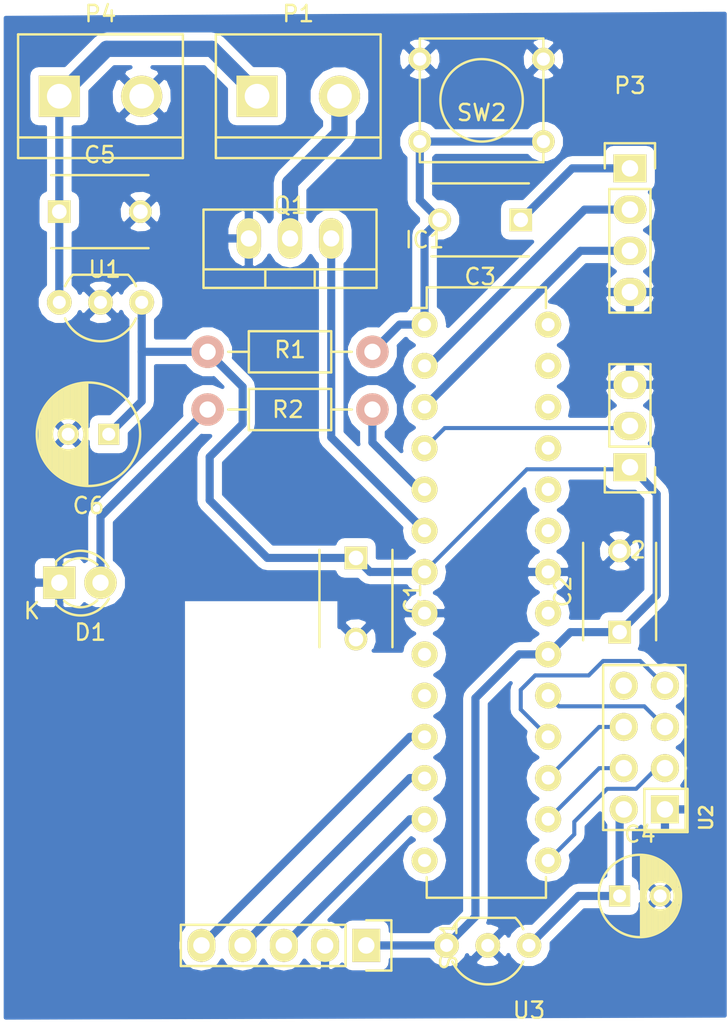
<source format=kicad_pcb>
(kicad_pcb (version 4) (host pcbnew 4.0.2+dfsg1-2~bpo8+1-stable)

  (general
    (links 51)
    (no_connects 0)
    (area 122.327999 84.727 167.232001 148.231)
    (thickness 1.6)
    (drawings 6)
    (tracks 96)
    (zones 0)
    (modules 20)
    (nets 22)
  )

  (page A4)
  (layers
    (0 F.Cu signal)
    (31 B.Cu signal)
    (32 B.Adhes user)
    (33 F.Adhes user)
    (34 B.Paste user)
    (35 F.Paste user)
    (36 B.SilkS user)
    (37 F.SilkS user)
    (38 B.Mask user)
    (39 F.Mask user)
    (40 Dwgs.User user)
    (41 Cmts.User user)
    (42 Eco1.User user)
    (43 Eco2.User user)
    (44 Edge.Cuts user)
    (45 Margin user)
    (46 B.CrtYd user)
    (47 F.CrtYd user)
    (48 B.Fab user)
    (49 F.Fab user)
  )

  (setup
    (last_trace_width 0.5)
    (user_trace_width 0.25)
    (user_trace_width 0.5)
    (user_trace_width 1)
    (trace_clearance 0.2)
    (zone_clearance 0.508)
    (zone_45_only yes)
    (trace_min 0.2)
    (segment_width 0.2)
    (edge_width 0.1)
    (via_size 0.6)
    (via_drill 0.4)
    (via_min_size 0.4)
    (via_min_drill 0.3)
    (uvia_size 0.3)
    (uvia_drill 0.1)
    (uvias_allowed no)
    (uvia_min_size 0.2)
    (uvia_min_drill 0.1)
    (pcb_text_width 0.3)
    (pcb_text_size 1.5 1.5)
    (mod_edge_width 0.15)
    (mod_text_size 1 1)
    (mod_text_width 0.15)
    (pad_size 1.5 1.5)
    (pad_drill 0.6)
    (pad_to_mask_clearance 0)
    (aux_axis_origin 0 0)
    (grid_origin 156.083 110.109)
    (visible_elements FFFFFF7F)
    (pcbplotparams
      (layerselection 0x00030_80000001)
      (usegerberextensions false)
      (excludeedgelayer true)
      (linewidth 0.100000)
      (plotframeref false)
      (viasonmask false)
      (mode 1)
      (useauxorigin false)
      (hpglpennumber 1)
      (hpglpenspeed 20)
      (hpglpendiameter 15)
      (hpglpenoverlay 2)
      (psnegative false)
      (psa4output false)
      (plotreference true)
      (plotvalue true)
      (plotinvisibletext false)
      (padsonsilk false)
      (subtractmaskfromsilk false)
      (outputformat 1)
      (mirror false)
      (drillshape 1)
      (scaleselection 1)
      (outputdirectory ""))
  )

  (net 0 "")
  (net 1 +5V)
  (net 2 GND)
  (net 3 "Net-(C3-Pad1)")
  (net 4 "Net-(C3-Pad2)")
  (net 5 "Net-(C4-Pad1)")
  (net 6 VCC)
  (net 7 "Net-(D1-Pad2)")
  (net 8 "Net-(IC1-Pad2)")
  (net 9 "Net-(IC1-Pad3)")
  (net 10 "Net-(IC1-Pad5)")
  (net 11 "Net-(IC1-Pad6)")
  (net 12 /CLK)
  (net 13 /DT)
  (net 14 /SW)
  (net 15 /CE)
  (net 16 /CSN)
  (net 17 /MOSI)
  (net 18 /MISO)
  (net 19 /SCK)
  (net 20 "Net-(P1-Pad2)")
  (net 21 "Net-(IC1-Pad4)")

  (net_class Default "This is the default net class."
    (clearance 0.2)
    (trace_width 0.25)
    (via_dia 0.6)
    (via_drill 0.4)
    (uvia_dia 0.3)
    (uvia_drill 0.1)
    (add_net +5V)
    (add_net /CE)
    (add_net /CLK)
    (add_net /CSN)
    (add_net /DT)
    (add_net /MISO)
    (add_net /MOSI)
    (add_net /SCK)
    (add_net /SW)
    (add_net GND)
    (add_net "Net-(C3-Pad1)")
    (add_net "Net-(C3-Pad2)")
    (add_net "Net-(C4-Pad1)")
    (add_net "Net-(D1-Pad2)")
    (add_net "Net-(IC1-Pad2)")
    (add_net "Net-(IC1-Pad3)")
    (add_net "Net-(IC1-Pad4)")
    (add_net "Net-(IC1-Pad5)")
    (add_net "Net-(IC1-Pad6)")
    (add_net "Net-(P1-Pad2)")
    (add_net VCC)
  )

  (net_class 20m ""
    (clearance 0.2)
    (trace_width 0.5)
    (via_dia 0.6)
    (via_drill 0.4)
    (uvia_dia 0.3)
    (uvia_drill 0.1)
  )

  (net_class 40m ""
    (clearance 0.2)
    (trace_width 1)
    (via_dia 0.6)
    (via_drill 0.4)
    (uvia_dia 0.3)
    (uvia_drill 0.1)
  )

  (module Capacitors_ThroughHole:C_Disc_D6_P5 (layer F.Cu) (tedit 0) (tstamp 582B0536)
    (at 144.272 119.38 270)
    (descr "Capacitor 6mm Disc, Pitch 5mm")
    (tags Capacitor)
    (path /582773A8)
    (fp_text reference C1 (at 2.5 -3.5 270) (layer F.SilkS)
      (effects (font (size 1 1) (thickness 0.15)))
    )
    (fp_text value 100n (at 2.5 3.5 270) (layer F.Fab)
      (effects (font (size 1 1) (thickness 0.15)))
    )
    (fp_line (start -0.95 -2.5) (end 5.95 -2.5) (layer F.CrtYd) (width 0.05))
    (fp_line (start 5.95 -2.5) (end 5.95 2.5) (layer F.CrtYd) (width 0.05))
    (fp_line (start 5.95 2.5) (end -0.95 2.5) (layer F.CrtYd) (width 0.05))
    (fp_line (start -0.95 2.5) (end -0.95 -2.5) (layer F.CrtYd) (width 0.05))
    (fp_line (start -0.5 -2.25) (end 5.5 -2.25) (layer F.SilkS) (width 0.15))
    (fp_line (start 5.5 2.25) (end -0.5 2.25) (layer F.SilkS) (width 0.15))
    (pad 1 thru_hole rect (at 0 0 270) (size 1.4 1.4) (drill 0.9) (layers *.Cu *.Mask F.SilkS)
      (net 1 +5V))
    (pad 2 thru_hole circle (at 5 0 270) (size 1.4 1.4) (drill 0.9) (layers *.Cu *.Mask F.SilkS)
      (net 2 GND))
    (model Capacitors_ThroughHole.3dshapes/C_Disc_D6_P5.wrl
      (at (xyz 0.0984252 0 0))
      (scale (xyz 1 1 1))
      (rotate (xyz 0 0 0))
    )
  )

  (module Capacitors_ThroughHole:C_Disc_D6_P5 (layer F.Cu) (tedit 0) (tstamp 582B053C)
    (at 160.528 123.952 90)
    (descr "Capacitor 6mm Disc, Pitch 5mm")
    (tags Capacitor)
    (path /582772FB)
    (fp_text reference C2 (at 2.5 -3.5 90) (layer F.SilkS)
      (effects (font (size 1 1) (thickness 0.15)))
    )
    (fp_text value 100n (at 2.5 3.5 90) (layer F.Fab)
      (effects (font (size 1 1) (thickness 0.15)))
    )
    (fp_line (start -0.95 -2.5) (end 5.95 -2.5) (layer F.CrtYd) (width 0.05))
    (fp_line (start 5.95 -2.5) (end 5.95 2.5) (layer F.CrtYd) (width 0.05))
    (fp_line (start 5.95 2.5) (end -0.95 2.5) (layer F.CrtYd) (width 0.05))
    (fp_line (start -0.95 2.5) (end -0.95 -2.5) (layer F.CrtYd) (width 0.05))
    (fp_line (start -0.5 -2.25) (end 5.5 -2.25) (layer F.SilkS) (width 0.15))
    (fp_line (start 5.5 2.25) (end -0.5 2.25) (layer F.SilkS) (width 0.15))
    (pad 1 thru_hole rect (at 0 0 90) (size 1.4 1.4) (drill 0.9) (layers *.Cu *.Mask F.SilkS)
      (net 1 +5V))
    (pad 2 thru_hole circle (at 5 0 90) (size 1.4 1.4) (drill 0.9) (layers *.Cu *.Mask F.SilkS)
      (net 2 GND))
    (model Capacitors_ThroughHole.3dshapes/C_Disc_D6_P5.wrl
      (at (xyz 0.0984252 0 0))
      (scale (xyz 1 1 1))
      (rotate (xyz 0 0 0))
    )
  )

  (module Capacitors_ThroughHole:C_Disc_D6_P5 (layer F.Cu) (tedit 0) (tstamp 582B0542)
    (at 154.432 98.552 180)
    (descr "Capacitor 6mm Disc, Pitch 5mm")
    (tags Capacitor)
    (path /58281A90)
    (fp_text reference C3 (at 2.5 -3.5 180) (layer F.SilkS)
      (effects (font (size 1 1) (thickness 0.15)))
    )
    (fp_text value 100n (at 2.5 3.5 180) (layer F.Fab)
      (effects (font (size 1 1) (thickness 0.15)))
    )
    (fp_line (start -0.95 -2.5) (end 5.95 -2.5) (layer F.CrtYd) (width 0.05))
    (fp_line (start 5.95 -2.5) (end 5.95 2.5) (layer F.CrtYd) (width 0.05))
    (fp_line (start 5.95 2.5) (end -0.95 2.5) (layer F.CrtYd) (width 0.05))
    (fp_line (start -0.95 2.5) (end -0.95 -2.5) (layer F.CrtYd) (width 0.05))
    (fp_line (start -0.5 -2.25) (end 5.5 -2.25) (layer F.SilkS) (width 0.15))
    (fp_line (start 5.5 2.25) (end -0.5 2.25) (layer F.SilkS) (width 0.15))
    (pad 1 thru_hole rect (at 0 0 180) (size 1.4 1.4) (drill 0.9) (layers *.Cu *.Mask F.SilkS)
      (net 3 "Net-(C3-Pad1)"))
    (pad 2 thru_hole circle (at 5 0 180) (size 1.4 1.4) (drill 0.9) (layers *.Cu *.Mask F.SilkS)
      (net 4 "Net-(C3-Pad2)"))
    (model Capacitors_ThroughHole.3dshapes/C_Disc_D6_P5.wrl
      (at (xyz 0.0984252 0 0))
      (scale (xyz 1 1 1))
      (rotate (xyz 0 0 0))
    )
  )

  (module Capacitors_ThroughHole:C_Radial_D5_L11_P2.5 (layer F.Cu) (tedit 0) (tstamp 582B0548)
    (at 160.528 140.208)
    (descr "Radial Electrolytic Capacitor Diameter 5mm x Length 11mm, Pitch 2.5mm")
    (tags "Electrolytic Capacitor")
    (path /58282BE0)
    (fp_text reference C4 (at 1.25 -3.8) (layer F.SilkS)
      (effects (font (size 1 1) (thickness 0.15)))
    )
    (fp_text value 4M7 (at 1.25 3.8) (layer F.Fab)
      (effects (font (size 1 1) (thickness 0.15)))
    )
    (fp_line (start 1.325 -2.499) (end 1.325 2.499) (layer F.SilkS) (width 0.15))
    (fp_line (start 1.465 -2.491) (end 1.465 2.491) (layer F.SilkS) (width 0.15))
    (fp_line (start 1.605 -2.475) (end 1.605 -0.095) (layer F.SilkS) (width 0.15))
    (fp_line (start 1.605 0.095) (end 1.605 2.475) (layer F.SilkS) (width 0.15))
    (fp_line (start 1.745 -2.451) (end 1.745 -0.49) (layer F.SilkS) (width 0.15))
    (fp_line (start 1.745 0.49) (end 1.745 2.451) (layer F.SilkS) (width 0.15))
    (fp_line (start 1.885 -2.418) (end 1.885 -0.657) (layer F.SilkS) (width 0.15))
    (fp_line (start 1.885 0.657) (end 1.885 2.418) (layer F.SilkS) (width 0.15))
    (fp_line (start 2.025 -2.377) (end 2.025 -0.764) (layer F.SilkS) (width 0.15))
    (fp_line (start 2.025 0.764) (end 2.025 2.377) (layer F.SilkS) (width 0.15))
    (fp_line (start 2.165 -2.327) (end 2.165 -0.835) (layer F.SilkS) (width 0.15))
    (fp_line (start 2.165 0.835) (end 2.165 2.327) (layer F.SilkS) (width 0.15))
    (fp_line (start 2.305 -2.266) (end 2.305 -0.879) (layer F.SilkS) (width 0.15))
    (fp_line (start 2.305 0.879) (end 2.305 2.266) (layer F.SilkS) (width 0.15))
    (fp_line (start 2.445 -2.196) (end 2.445 -0.898) (layer F.SilkS) (width 0.15))
    (fp_line (start 2.445 0.898) (end 2.445 2.196) (layer F.SilkS) (width 0.15))
    (fp_line (start 2.585 -2.114) (end 2.585 -0.896) (layer F.SilkS) (width 0.15))
    (fp_line (start 2.585 0.896) (end 2.585 2.114) (layer F.SilkS) (width 0.15))
    (fp_line (start 2.725 -2.019) (end 2.725 -0.871) (layer F.SilkS) (width 0.15))
    (fp_line (start 2.725 0.871) (end 2.725 2.019) (layer F.SilkS) (width 0.15))
    (fp_line (start 2.865 -1.908) (end 2.865 -0.823) (layer F.SilkS) (width 0.15))
    (fp_line (start 2.865 0.823) (end 2.865 1.908) (layer F.SilkS) (width 0.15))
    (fp_line (start 3.005 -1.78) (end 3.005 -0.745) (layer F.SilkS) (width 0.15))
    (fp_line (start 3.005 0.745) (end 3.005 1.78) (layer F.SilkS) (width 0.15))
    (fp_line (start 3.145 -1.631) (end 3.145 -0.628) (layer F.SilkS) (width 0.15))
    (fp_line (start 3.145 0.628) (end 3.145 1.631) (layer F.SilkS) (width 0.15))
    (fp_line (start 3.285 -1.452) (end 3.285 -0.44) (layer F.SilkS) (width 0.15))
    (fp_line (start 3.285 0.44) (end 3.285 1.452) (layer F.SilkS) (width 0.15))
    (fp_line (start 3.425 -1.233) (end 3.425 1.233) (layer F.SilkS) (width 0.15))
    (fp_line (start 3.565 -0.944) (end 3.565 0.944) (layer F.SilkS) (width 0.15))
    (fp_line (start 3.705 -0.472) (end 3.705 0.472) (layer F.SilkS) (width 0.15))
    (fp_circle (center 2.5 0) (end 2.5 -0.9) (layer F.SilkS) (width 0.15))
    (fp_circle (center 1.25 0) (end 1.25 -2.5375) (layer F.SilkS) (width 0.15))
    (fp_circle (center 1.25 0) (end 1.25 -2.8) (layer F.CrtYd) (width 0.05))
    (pad 1 thru_hole rect (at 0 0) (size 1.3 1.3) (drill 0.8) (layers *.Cu *.Mask F.SilkS)
      (net 5 "Net-(C4-Pad1)"))
    (pad 2 thru_hole circle (at 2.5 0) (size 1.3 1.3) (drill 0.8) (layers *.Cu *.Mask F.SilkS)
      (net 2 GND))
    (model Capacitors_ThroughHole.3dshapes/C_Radial_D5_L11_P2.5.wrl
      (at (xyz 0.049213 0 0))
      (scale (xyz 1 1 1))
      (rotate (xyz 0 0 90))
    )
  )

  (module Capacitors_ThroughHole:C_Disc_D6_P5 (layer F.Cu) (tedit 5829FFF4) (tstamp 582B054E)
    (at 125.984 98.044)
    (descr "Capacitor 6mm Disc, Pitch 5mm")
    (tags Capacitor)
    (path /5828D1F7)
    (fp_text reference C5 (at 2.5 -3.5) (layer F.SilkS)
      (effects (font (size 1 1) (thickness 0.15)))
    )
    (fp_text value 100n (at 2.286 1.778) (layer F.Fab)
      (effects (font (size 1 1) (thickness 0.15)))
    )
    (fp_line (start -0.95 -2.5) (end 5.95 -2.5) (layer F.CrtYd) (width 0.05))
    (fp_line (start 5.95 -2.5) (end 5.95 2.5) (layer F.CrtYd) (width 0.05))
    (fp_line (start 5.95 2.5) (end -0.95 2.5) (layer F.CrtYd) (width 0.05))
    (fp_line (start -0.95 2.5) (end -0.95 -2.5) (layer F.CrtYd) (width 0.05))
    (fp_line (start -0.5 -2.25) (end 5.5 -2.25) (layer F.SilkS) (width 0.15))
    (fp_line (start 5.5 2.25) (end -0.5 2.25) (layer F.SilkS) (width 0.15))
    (pad 1 thru_hole rect (at 0 0) (size 1.4 1.4) (drill 0.9) (layers *.Cu *.Mask F.SilkS)
      (net 6 VCC))
    (pad 2 thru_hole circle (at 5 0) (size 1.4 1.4) (drill 0.9) (layers *.Cu *.Mask F.SilkS)
      (net 2 GND))
    (model Capacitors_ThroughHole.3dshapes/C_Disc_D6_P5.wrl
      (at (xyz 0.0984252 0 0))
      (scale (xyz 1 1 1))
      (rotate (xyz 0 0 0))
    )
  )

  (module Capacitors_ThroughHole:C_Radial_D6.3_L11.2_P2.5 (layer F.Cu) (tedit 5829FFFB) (tstamp 582B0554)
    (at 129.032 111.76 180)
    (descr "Radial Electrolytic Capacitor, Diameter 6.3mm x Length 11.2mm, Pitch 2.5mm")
    (tags "Electrolytic Capacitor")
    (path /5828D382)
    (fp_text reference C6 (at 1.25 -4.4 180) (layer F.SilkS)
      (effects (font (size 1 1) (thickness 0.15)))
    )
    (fp_text value 10M (at 3.937 -2.921 180) (layer F.Fab)
      (effects (font (size 1 1) (thickness 0.15)))
    )
    (fp_line (start 1.325 -3.149) (end 1.325 3.149) (layer F.SilkS) (width 0.15))
    (fp_line (start 1.465 -3.143) (end 1.465 3.143) (layer F.SilkS) (width 0.15))
    (fp_line (start 1.605 -3.13) (end 1.605 -0.446) (layer F.SilkS) (width 0.15))
    (fp_line (start 1.605 0.446) (end 1.605 3.13) (layer F.SilkS) (width 0.15))
    (fp_line (start 1.745 -3.111) (end 1.745 -0.656) (layer F.SilkS) (width 0.15))
    (fp_line (start 1.745 0.656) (end 1.745 3.111) (layer F.SilkS) (width 0.15))
    (fp_line (start 1.885 -3.085) (end 1.885 -0.789) (layer F.SilkS) (width 0.15))
    (fp_line (start 1.885 0.789) (end 1.885 3.085) (layer F.SilkS) (width 0.15))
    (fp_line (start 2.025 -3.053) (end 2.025 -0.88) (layer F.SilkS) (width 0.15))
    (fp_line (start 2.025 0.88) (end 2.025 3.053) (layer F.SilkS) (width 0.15))
    (fp_line (start 2.165 -3.014) (end 2.165 -0.942) (layer F.SilkS) (width 0.15))
    (fp_line (start 2.165 0.942) (end 2.165 3.014) (layer F.SilkS) (width 0.15))
    (fp_line (start 2.305 -2.968) (end 2.305 -0.981) (layer F.SilkS) (width 0.15))
    (fp_line (start 2.305 0.981) (end 2.305 2.968) (layer F.SilkS) (width 0.15))
    (fp_line (start 2.445 -2.915) (end 2.445 -0.998) (layer F.SilkS) (width 0.15))
    (fp_line (start 2.445 0.998) (end 2.445 2.915) (layer F.SilkS) (width 0.15))
    (fp_line (start 2.585 -2.853) (end 2.585 -0.996) (layer F.SilkS) (width 0.15))
    (fp_line (start 2.585 0.996) (end 2.585 2.853) (layer F.SilkS) (width 0.15))
    (fp_line (start 2.725 -2.783) (end 2.725 -0.974) (layer F.SilkS) (width 0.15))
    (fp_line (start 2.725 0.974) (end 2.725 2.783) (layer F.SilkS) (width 0.15))
    (fp_line (start 2.865 -2.704) (end 2.865 -0.931) (layer F.SilkS) (width 0.15))
    (fp_line (start 2.865 0.931) (end 2.865 2.704) (layer F.SilkS) (width 0.15))
    (fp_line (start 3.005 -2.616) (end 3.005 -0.863) (layer F.SilkS) (width 0.15))
    (fp_line (start 3.005 0.863) (end 3.005 2.616) (layer F.SilkS) (width 0.15))
    (fp_line (start 3.145 -2.516) (end 3.145 -0.764) (layer F.SilkS) (width 0.15))
    (fp_line (start 3.145 0.764) (end 3.145 2.516) (layer F.SilkS) (width 0.15))
    (fp_line (start 3.285 -2.404) (end 3.285 -0.619) (layer F.SilkS) (width 0.15))
    (fp_line (start 3.285 0.619) (end 3.285 2.404) (layer F.SilkS) (width 0.15))
    (fp_line (start 3.425 -2.279) (end 3.425 -0.38) (layer F.SilkS) (width 0.15))
    (fp_line (start 3.425 0.38) (end 3.425 2.279) (layer F.SilkS) (width 0.15))
    (fp_line (start 3.565 -2.136) (end 3.565 2.136) (layer F.SilkS) (width 0.15))
    (fp_line (start 3.705 -1.974) (end 3.705 1.974) (layer F.SilkS) (width 0.15))
    (fp_line (start 3.845 -1.786) (end 3.845 1.786) (layer F.SilkS) (width 0.15))
    (fp_line (start 3.985 -1.563) (end 3.985 1.563) (layer F.SilkS) (width 0.15))
    (fp_line (start 4.125 -1.287) (end 4.125 1.287) (layer F.SilkS) (width 0.15))
    (fp_line (start 4.265 -0.912) (end 4.265 0.912) (layer F.SilkS) (width 0.15))
    (fp_circle (center 2.5 0) (end 2.5 -1) (layer F.SilkS) (width 0.15))
    (fp_circle (center 1.25 0) (end 1.25 -3.1875) (layer F.SilkS) (width 0.15))
    (fp_circle (center 1.25 0) (end 1.25 -3.4) (layer F.CrtYd) (width 0.05))
    (pad 2 thru_hole circle (at 2.5 0 180) (size 1.3 1.3) (drill 0.8) (layers *.Cu *.Mask F.SilkS)
      (net 2 GND))
    (pad 1 thru_hole rect (at 0 0 180) (size 1.3 1.3) (drill 0.8) (layers *.Cu *.Mask F.SilkS)
      (net 1 +5V))
    (model Capacitors_ThroughHole.3dshapes/C_Radial_D6.3_L11.2_P2.5.wrl
      (at (xyz 0 0 0))
      (scale (xyz 1 1 1))
      (rotate (xyz 0 0 0))
    )
  )

  (module LEDs:LED-3MM (layer F.Cu) (tedit 559B82F6) (tstamp 582B0565)
    (at 125.984 120.904)
    (descr "LED 3mm round vertical")
    (tags "LED  3mm round vertical")
    (path /58282374)
    (fp_text reference D1 (at 1.91 3.06) (layer F.SilkS)
      (effects (font (size 1 1) (thickness 0.15)))
    )
    (fp_text value "Green LED" (at 1.3 -2.9) (layer F.Fab)
      (effects (font (size 1 1) (thickness 0.15)))
    )
    (fp_line (start -1.2 2.3) (end 3.8 2.3) (layer F.CrtYd) (width 0.05))
    (fp_line (start 3.8 2.3) (end 3.8 -2.2) (layer F.CrtYd) (width 0.05))
    (fp_line (start 3.8 -2.2) (end -1.2 -2.2) (layer F.CrtYd) (width 0.05))
    (fp_line (start -1.2 -2.2) (end -1.2 2.3) (layer F.CrtYd) (width 0.05))
    (fp_line (start -0.199 1.314) (end -0.199 1.114) (layer F.SilkS) (width 0.15))
    (fp_line (start -0.199 -1.28) (end -0.199 -1.1) (layer F.SilkS) (width 0.15))
    (fp_arc (start 1.301 0.034) (end -0.199 -1.286) (angle 108.5) (layer F.SilkS) (width 0.15))
    (fp_arc (start 1.301 0.034) (end 0.25 -1.1) (angle 85.7) (layer F.SilkS) (width 0.15))
    (fp_arc (start 1.311 0.034) (end 3.051 0.994) (angle 110) (layer F.SilkS) (width 0.15))
    (fp_arc (start 1.301 0.034) (end 2.335 1.094) (angle 87.5) (layer F.SilkS) (width 0.15))
    (fp_text user K (at -1.69 1.74) (layer F.SilkS)
      (effects (font (size 1 1) (thickness 0.15)))
    )
    (pad 1 thru_hole rect (at 0 0 90) (size 2 2) (drill 1.00076) (layers *.Cu *.Mask F.SilkS)
      (net 2 GND))
    (pad 2 thru_hole circle (at 2.54 0) (size 2 2) (drill 1.00076) (layers *.Cu *.Mask F.SilkS)
      (net 7 "Net-(D1-Pad2)"))
    (model LEDs.3dshapes/LED-3MM.wrl
      (at (xyz 0.05 0 0))
      (scale (xyz 1 1 1))
      (rotate (xyz 0 0 90))
    )
  )

  (module Housings_DIP:DIP-28_W7.62mm (layer F.Cu) (tedit 5829FC6C) (tstamp 582B0585)
    (at 148.5011 105.0036)
    (descr "28-lead dip package, row spacing 7.62 mm (300 mils)")
    (tags "dil dip 2.54 300")
    (path /58276985)
    (fp_text reference IC1 (at 0 -5.22) (layer F.SilkS)
      (effects (font (size 1 1) (thickness 0.15)))
    )
    (fp_text value ATMEGA328P-P (at 3.7719 16.4084 90) (layer F.Fab)
      (effects (font (size 1 1) (thickness 0.15)))
    )
    (fp_line (start -1.05 -2.45) (end -1.05 35.5) (layer F.CrtYd) (width 0.05))
    (fp_line (start 8.65 -2.45) (end 8.65 35.5) (layer F.CrtYd) (width 0.05))
    (fp_line (start -1.05 -2.45) (end 8.65 -2.45) (layer F.CrtYd) (width 0.05))
    (fp_line (start -1.05 35.5) (end 8.65 35.5) (layer F.CrtYd) (width 0.05))
    (fp_line (start 0.135 -2.295) (end 0.135 -1.025) (layer F.SilkS) (width 0.15))
    (fp_line (start 7.485 -2.295) (end 7.485 -1.025) (layer F.SilkS) (width 0.15))
    (fp_line (start 7.485 35.315) (end 7.485 34.045) (layer F.SilkS) (width 0.15))
    (fp_line (start 0.135 35.315) (end 0.135 34.045) (layer F.SilkS) (width 0.15))
    (fp_line (start 0.135 -2.295) (end 7.485 -2.295) (layer F.SilkS) (width 0.15))
    (fp_line (start 0.135 35.315) (end 7.485 35.315) (layer F.SilkS) (width 0.15))
    (fp_line (start 0.135 -1.025) (end -0.8 -1.025) (layer F.SilkS) (width 0.15))
    (pad 1 thru_hole oval (at 0 0) (size 1.6 1.6) (drill 0.8) (layers *.Cu *.Mask F.SilkS)
      (net 4 "Net-(C3-Pad2)"))
    (pad 2 thru_hole oval (at 0 2.54) (size 1.6 1.6) (drill 0.8) (layers *.Cu *.Mask F.SilkS)
      (net 8 "Net-(IC1-Pad2)"))
    (pad 3 thru_hole oval (at 0 5.08) (size 1.6 1.6) (drill 0.8) (layers *.Cu *.Mask F.SilkS)
      (net 9 "Net-(IC1-Pad3)"))
    (pad 4 thru_hole oval (at 0 7.62) (size 1.6 1.6) (drill 0.8) (layers *.Cu *.Mask F.SilkS)
      (net 21 "Net-(IC1-Pad4)"))
    (pad 5 thru_hole oval (at 0 10.16) (size 1.6 1.6) (drill 0.8) (layers *.Cu *.Mask F.SilkS)
      (net 10 "Net-(IC1-Pad5)"))
    (pad 6 thru_hole oval (at 0 12.7) (size 1.6 1.6) (drill 0.8) (layers *.Cu *.Mask F.SilkS)
      (net 11 "Net-(IC1-Pad6)"))
    (pad 7 thru_hole oval (at 0 15.24) (size 1.6 1.6) (drill 0.8) (layers *.Cu *.Mask F.SilkS)
      (net 1 +5V))
    (pad 8 thru_hole oval (at 0 17.78) (size 1.6 1.6) (drill 0.8) (layers *.Cu *.Mask F.SilkS)
      (net 2 GND))
    (pad 9 thru_hole oval (at 0 20.32) (size 1.6 1.6) (drill 0.8) (layers *.Cu *.Mask F.SilkS))
    (pad 10 thru_hole oval (at 0 22.86) (size 1.6 1.6) (drill 0.8) (layers *.Cu *.Mask F.SilkS))
    (pad 11 thru_hole oval (at 0 25.4) (size 1.6 1.6) (drill 0.8) (layers *.Cu *.Mask F.SilkS)
      (net 12 /CLK))
    (pad 12 thru_hole oval (at 0 27.94) (size 1.6 1.6) (drill 0.8) (layers *.Cu *.Mask F.SilkS)
      (net 13 /DT))
    (pad 13 thru_hole oval (at 0 30.48) (size 1.6 1.6) (drill 0.8) (layers *.Cu *.Mask F.SilkS)
      (net 14 /SW))
    (pad 14 thru_hole oval (at 0 33.02) (size 1.6 1.6) (drill 0.8) (layers *.Cu *.Mask F.SilkS))
    (pad 15 thru_hole oval (at 7.62 33.02) (size 1.6 1.6) (drill 0.8) (layers *.Cu *.Mask F.SilkS)
      (net 15 /CE))
    (pad 16 thru_hole oval (at 7.62 30.48) (size 1.6 1.6) (drill 0.8) (layers *.Cu *.Mask F.SilkS)
      (net 16 /CSN))
    (pad 17 thru_hole oval (at 7.62 27.94) (size 1.6 1.6) (drill 0.8) (layers *.Cu *.Mask F.SilkS)
      (net 17 /MOSI))
    (pad 18 thru_hole oval (at 7.62 25.4) (size 1.6 1.6) (drill 0.8) (layers *.Cu *.Mask F.SilkS)
      (net 18 /MISO))
    (pad 19 thru_hole oval (at 7.62 22.86) (size 1.6 1.6) (drill 0.8) (layers *.Cu *.Mask F.SilkS)
      (net 19 /SCK))
    (pad 20 thru_hole oval (at 7.62 20.32) (size 1.6 1.6) (drill 0.8) (layers *.Cu *.Mask F.SilkS)
      (net 1 +5V))
    (pad 21 thru_hole oval (at 7.62 17.78) (size 1.6 1.6) (drill 0.8) (layers *.Cu *.Mask F.SilkS))
    (pad 22 thru_hole oval (at 7.62 15.24) (size 1.6 1.6) (drill 0.8) (layers *.Cu *.Mask F.SilkS)
      (net 2 GND))
    (pad 23 thru_hole oval (at 7.62 12.7) (size 1.6 1.6) (drill 0.8) (layers *.Cu *.Mask F.SilkS))
    (pad 24 thru_hole oval (at 7.62 10.16) (size 1.6 1.6) (drill 0.8) (layers *.Cu *.Mask F.SilkS))
    (pad 25 thru_hole oval (at 7.62 7.62) (size 1.6 1.6) (drill 0.8) (layers *.Cu *.Mask F.SilkS))
    (pad 26 thru_hole oval (at 7.62 5.08) (size 1.6 1.6) (drill 0.8) (layers *.Cu *.Mask F.SilkS))
    (pad 27 thru_hole oval (at 7.62 2.54) (size 1.6 1.6) (drill 0.8) (layers *.Cu *.Mask F.SilkS))
    (pad 28 thru_hole oval (at 7.62 0) (size 1.6 1.6) (drill 0.8) (layers *.Cu *.Mask F.SilkS))
    (model Housings_DIP.3dshapes/DIP-28_W7.62mm.wrl
      (at (xyz 0 0 0))
      (scale (xyz 1 1 1))
      (rotate (xyz 0 0 0))
    )
  )

  (module Pin_Headers:Pin_Header_Straight_1x03 (layer F.Cu) (tedit 5829FFB1) (tstamp 582B05A8)
    (at 161.163 113.792 180)
    (descr "Through hole pin header")
    (tags "pin header")
    (path /58281CBB)
    (fp_text reference P2 (at 0 -5.1 180) (layer F.SilkS)
      (effects (font (size 1 1) (thickness 0.15)))
    )
    (fp_text value "RC control" (at -3.302 2.159 270) (layer F.Fab)
      (effects (font (size 1 1) (thickness 0.15)))
    )
    (fp_line (start -1.75 -1.75) (end -1.75 6.85) (layer F.CrtYd) (width 0.05))
    (fp_line (start 1.75 -1.75) (end 1.75 6.85) (layer F.CrtYd) (width 0.05))
    (fp_line (start -1.75 -1.75) (end 1.75 -1.75) (layer F.CrtYd) (width 0.05))
    (fp_line (start -1.75 6.85) (end 1.75 6.85) (layer F.CrtYd) (width 0.05))
    (fp_line (start -1.27 1.27) (end -1.27 6.35) (layer F.SilkS) (width 0.15))
    (fp_line (start -1.27 6.35) (end 1.27 6.35) (layer F.SilkS) (width 0.15))
    (fp_line (start 1.27 6.35) (end 1.27 1.27) (layer F.SilkS) (width 0.15))
    (fp_line (start 1.55 -1.55) (end 1.55 0) (layer F.SilkS) (width 0.15))
    (fp_line (start 1.27 1.27) (end -1.27 1.27) (layer F.SilkS) (width 0.15))
    (fp_line (start -1.55 0) (end -1.55 -1.55) (layer F.SilkS) (width 0.15))
    (fp_line (start -1.55 -1.55) (end 1.55 -1.55) (layer F.SilkS) (width 0.15))
    (pad 1 thru_hole rect (at 0 0 180) (size 2.032 1.7272) (drill 1.016) (layers *.Cu *.Mask F.SilkS)
      (net 1 +5V))
    (pad 2 thru_hole oval (at 0 2.54 180) (size 2.032 1.7272) (drill 1.016) (layers *.Cu *.Mask F.SilkS)
      (net 21 "Net-(IC1-Pad4)"))
    (pad 3 thru_hole oval (at 0 5.08 180) (size 2.032 1.7272) (drill 1.016) (layers *.Cu *.Mask F.SilkS)
      (net 2 GND))
    (model Pin_Headers.3dshapes/Pin_Header_Straight_1x03.wrl
      (at (xyz 0 -0.1 0))
      (scale (xyz 1 1 1))
      (rotate (xyz 0 0 90))
    )
  )

  (module Pin_Headers:Pin_Header_Straight_1x04 (layer F.Cu) (tedit 5829FFA8) (tstamp 582B05BB)
    (at 161.163 95.377)
    (descr "Through hole pin header")
    (tags "pin header")
    (path /5828178B)
    (fp_text reference P3 (at 0 -5.1) (layer F.SilkS)
      (effects (font (size 1 1) (thickness 0.15)))
    )
    (fp_text value FTDI (at 3.302 3.937 90) (layer F.Fab)
      (effects (font (size 1 1) (thickness 0.15)))
    )
    (fp_line (start -1.75 -1.75) (end -1.75 9.4) (layer F.CrtYd) (width 0.05))
    (fp_line (start 1.75 -1.75) (end 1.75 9.4) (layer F.CrtYd) (width 0.05))
    (fp_line (start -1.75 -1.75) (end 1.75 -1.75) (layer F.CrtYd) (width 0.05))
    (fp_line (start -1.75 9.4) (end 1.75 9.4) (layer F.CrtYd) (width 0.05))
    (fp_line (start -1.27 1.27) (end -1.27 8.89) (layer F.SilkS) (width 0.15))
    (fp_line (start 1.27 1.27) (end 1.27 8.89) (layer F.SilkS) (width 0.15))
    (fp_line (start 1.55 -1.55) (end 1.55 0) (layer F.SilkS) (width 0.15))
    (fp_line (start -1.27 8.89) (end 1.27 8.89) (layer F.SilkS) (width 0.15))
    (fp_line (start 1.27 1.27) (end -1.27 1.27) (layer F.SilkS) (width 0.15))
    (fp_line (start -1.55 0) (end -1.55 -1.55) (layer F.SilkS) (width 0.15))
    (fp_line (start -1.55 -1.55) (end 1.55 -1.55) (layer F.SilkS) (width 0.15))
    (pad 1 thru_hole rect (at 0 0) (size 2.032 1.7272) (drill 1.016) (layers *.Cu *.Mask F.SilkS)
      (net 3 "Net-(C3-Pad1)"))
    (pad 2 thru_hole oval (at 0 2.54) (size 2.032 1.7272) (drill 1.016) (layers *.Cu *.Mask F.SilkS)
      (net 8 "Net-(IC1-Pad2)"))
    (pad 3 thru_hole oval (at 0 5.08) (size 2.032 1.7272) (drill 1.016) (layers *.Cu *.Mask F.SilkS)
      (net 9 "Net-(IC1-Pad3)"))
    (pad 4 thru_hole oval (at 0 7.62) (size 2.032 1.7272) (drill 1.016) (layers *.Cu *.Mask F.SilkS)
      (net 2 GND))
    (model Pin_Headers.3dshapes/Pin_Header_Straight_1x04.wrl
      (at (xyz 0 -0.15 0))
      (scale (xyz 1 1 1))
      (rotate (xyz 0 0 90))
    )
  )

  (module Connect:bornier2 (layer F.Cu) (tedit 0) (tstamp 582B05C6)
    (at 128.524 90.932)
    (descr "Bornier d'alimentation 2 pins")
    (tags DEV)
    (path /5828E477)
    (fp_text reference P4 (at 0 -5.08) (layer F.SilkS)
      (effects (font (size 1 1) (thickness 0.15)))
    )
    (fp_text value "INPUT VCC" (at 0 5.08) (layer F.Fab)
      (effects (font (size 1 1) (thickness 0.15)))
    )
    (fp_line (start 5.08 2.54) (end -5.08 2.54) (layer F.SilkS) (width 0.15))
    (fp_line (start 5.08 3.81) (end 5.08 -3.81) (layer F.SilkS) (width 0.15))
    (fp_line (start 5.08 -3.81) (end -5.08 -3.81) (layer F.SilkS) (width 0.15))
    (fp_line (start -5.08 -3.81) (end -5.08 3.81) (layer F.SilkS) (width 0.15))
    (fp_line (start -5.08 3.81) (end 5.08 3.81) (layer F.SilkS) (width 0.15))
    (pad 1 thru_hole rect (at -2.54 0) (size 2.54 2.54) (drill 1.524) (layers *.Cu *.Mask F.SilkS)
      (net 6 VCC))
    (pad 2 thru_hole circle (at 2.54 0) (size 2.54 2.54) (drill 1.524) (layers *.Cu *.Mask F.SilkS)
      (net 2 GND))
    (model Connect.3dshapes/bornier2.wrl
      (at (xyz 0 0 0))
      (scale (xyz 1 1 1))
      (rotate (xyz 0 0 0))
    )
  )

  (module TO_SOT_Packages_THT:TO-220_Neutral123_Vertical (layer F.Cu) (tedit 5829FF94) (tstamp 582B05D7)
    (at 140.208 99.695 180)
    (descr "TO-220, Neutral, Vertical,")
    (tags "TO-220, Neutral, Vertical,")
    (path /5828115A)
    (fp_text reference Q1 (at 0 2.032 180) (layer F.SilkS)
      (effects (font (size 1 1) (thickness 0.15)))
    )
    (fp_text value IRLZ44 (at -0.254 -2.54 180) (layer F.Fab)
      (effects (font (size 1 1) (thickness 0.15)))
    )
    (fp_line (start -1.524 -3.048) (end -1.524 -1.905) (layer F.SilkS) (width 0.15))
    (fp_line (start 1.524 -3.048) (end 1.524 -1.905) (layer F.SilkS) (width 0.15))
    (fp_line (start 5.334 -1.905) (end 5.334 1.778) (layer F.SilkS) (width 0.15))
    (fp_line (start 5.334 1.778) (end -5.334 1.778) (layer F.SilkS) (width 0.15))
    (fp_line (start -5.334 1.778) (end -5.334 -1.905) (layer F.SilkS) (width 0.15))
    (fp_line (start 5.334 -3.048) (end 5.334 -1.905) (layer F.SilkS) (width 0.15))
    (fp_line (start 5.334 -1.905) (end -5.334 -1.905) (layer F.SilkS) (width 0.15))
    (fp_line (start -5.334 -1.905) (end -5.334 -3.048) (layer F.SilkS) (width 0.15))
    (fp_line (start 0 -3.048) (end -5.334 -3.048) (layer F.SilkS) (width 0.15))
    (fp_line (start 0 -3.048) (end 5.334 -3.048) (layer F.SilkS) (width 0.15))
    (pad 2 thru_hole oval (at 0 0 270) (size 2.49936 1.50114) (drill 1.00076) (layers *.Cu *.Mask F.SilkS)
      (net 20 "Net-(P1-Pad2)"))
    (pad 1 thru_hole oval (at -2.54 0 270) (size 2.49936 1.50114) (drill 1.00076) (layers *.Cu *.Mask F.SilkS)
      (net 11 "Net-(IC1-Pad6)"))
    (pad 3 thru_hole oval (at 2.54 0 270) (size 2.49936 1.50114) (drill 1.00076) (layers *.Cu *.Mask F.SilkS)
      (net 2 GND))
    (model TO_SOT_Packages_THT.3dshapes/TO-220_Neutral123_Vertical.wrl
      (at (xyz 0 0 0))
      (scale (xyz 0.3937 0.3937 0.3937))
      (rotate (xyz 0 0 0))
    )
  )

  (module Resistors_ThroughHole:Resistor_Horizontal_RM10mm (layer F.Cu) (tedit 5829FF91) (tstamp 582B05DD)
    (at 135.128 106.68)
    (descr "Resistor, Axial,  RM 10mm, 1/3W")
    (tags "Resistor Axial RM 10mm 1/3W")
    (path /5827825D)
    (fp_text reference R1 (at 5.08 -0.127) (layer F.SilkS)
      (effects (font (size 1 1) (thickness 0.15)))
    )
    (fp_text value 10K (at 5.08 1.143) (layer F.Fab)
      (effects (font (size 1 1) (thickness 0.15)))
    )
    (fp_line (start -1.25 -1.5) (end 11.4 -1.5) (layer F.CrtYd) (width 0.05))
    (fp_line (start -1.25 1.5) (end -1.25 -1.5) (layer F.CrtYd) (width 0.05))
    (fp_line (start 11.4 -1.5) (end 11.4 1.5) (layer F.CrtYd) (width 0.05))
    (fp_line (start -1.25 1.5) (end 11.4 1.5) (layer F.CrtYd) (width 0.05))
    (fp_line (start 2.54 -1.27) (end 7.62 -1.27) (layer F.SilkS) (width 0.15))
    (fp_line (start 7.62 -1.27) (end 7.62 1.27) (layer F.SilkS) (width 0.15))
    (fp_line (start 7.62 1.27) (end 2.54 1.27) (layer F.SilkS) (width 0.15))
    (fp_line (start 2.54 1.27) (end 2.54 -1.27) (layer F.SilkS) (width 0.15))
    (fp_line (start 2.54 0) (end 1.27 0) (layer F.SilkS) (width 0.15))
    (fp_line (start 7.62 0) (end 8.89 0) (layer F.SilkS) (width 0.15))
    (pad 1 thru_hole circle (at 0 0) (size 1.99898 1.99898) (drill 1.00076) (layers *.Cu *.SilkS *.Mask)
      (net 1 +5V))
    (pad 2 thru_hole circle (at 10.16 0) (size 1.99898 1.99898) (drill 1.00076) (layers *.Cu *.SilkS *.Mask)
      (net 4 "Net-(C3-Pad2)"))
    (model Resistors_ThroughHole.3dshapes/Resistor_Horizontal_RM10mm.wrl
      (at (xyz 0 0 0))
      (scale (xyz 0.4 0.4 0.4))
      (rotate (xyz 0 0 0))
    )
  )

  (module Resistors_ThroughHole:Resistor_Horizontal_RM10mm (layer F.Cu) (tedit 5829FF8D) (tstamp 582B05E3)
    (at 135.128 110.236)
    (descr "Resistor, Axial,  RM 10mm, 1/3W")
    (tags "Resistor Axial RM 10mm 1/3W")
    (path /5828228D)
    (fp_text reference R2 (at 4.953 0) (layer F.SilkS)
      (effects (font (size 1 1) (thickness 0.15)))
    )
    (fp_text value 470 (at 5.08 2.286) (layer F.Fab)
      (effects (font (size 1 1) (thickness 0.15)))
    )
    (fp_line (start -1.25 -1.5) (end 11.4 -1.5) (layer F.CrtYd) (width 0.05))
    (fp_line (start -1.25 1.5) (end -1.25 -1.5) (layer F.CrtYd) (width 0.05))
    (fp_line (start 11.4 -1.5) (end 11.4 1.5) (layer F.CrtYd) (width 0.05))
    (fp_line (start -1.25 1.5) (end 11.4 1.5) (layer F.CrtYd) (width 0.05))
    (fp_line (start 2.54 -1.27) (end 7.62 -1.27) (layer F.SilkS) (width 0.15))
    (fp_line (start 7.62 -1.27) (end 7.62 1.27) (layer F.SilkS) (width 0.15))
    (fp_line (start 7.62 1.27) (end 2.54 1.27) (layer F.SilkS) (width 0.15))
    (fp_line (start 2.54 1.27) (end 2.54 -1.27) (layer F.SilkS) (width 0.15))
    (fp_line (start 2.54 0) (end 1.27 0) (layer F.SilkS) (width 0.15))
    (fp_line (start 7.62 0) (end 8.89 0) (layer F.SilkS) (width 0.15))
    (pad 1 thru_hole circle (at 0 0) (size 1.99898 1.99898) (drill 1.00076) (layers *.Cu *.SilkS *.Mask)
      (net 7 "Net-(D1-Pad2)"))
    (pad 2 thru_hole circle (at 10.16 0) (size 1.99898 1.99898) (drill 1.00076) (layers *.Cu *.SilkS *.Mask)
      (net 10 "Net-(IC1-Pad5)"))
    (model Resistors_ThroughHole.3dshapes/Resistor_Horizontal_RM10mm.wrl
      (at (xyz 0 0 0))
      (scale (xyz 0.4 0.4 0.4))
      (rotate (xyz 0 0 0))
    )
  )

  (module Pin_Headers:Pin_Header_Straight_1x05 (layer F.Cu) (tedit 5829FFC9) (tstamp 582B05F7)
    (at 144.907 143.256 270)
    (descr "Through hole pin header")
    (tags "pin header")
    (path /58280D7F)
    (fp_text reference SW1 (at 0 -5.1 270) (layer F.SilkS)
      (effects (font (size 1 1) (thickness 0.15)))
    )
    (fp_text value Coded_Switch (at 2.921 5.207 360) (layer F.Fab)
      (effects (font (size 1 1) (thickness 0.15)))
    )
    (fp_line (start -1.55 0) (end -1.55 -1.55) (layer F.SilkS) (width 0.15))
    (fp_line (start -1.55 -1.55) (end 1.55 -1.55) (layer F.SilkS) (width 0.15))
    (fp_line (start 1.55 -1.55) (end 1.55 0) (layer F.SilkS) (width 0.15))
    (fp_line (start -1.75 -1.75) (end -1.75 11.95) (layer F.CrtYd) (width 0.05))
    (fp_line (start 1.75 -1.75) (end 1.75 11.95) (layer F.CrtYd) (width 0.05))
    (fp_line (start -1.75 -1.75) (end 1.75 -1.75) (layer F.CrtYd) (width 0.05))
    (fp_line (start -1.75 11.95) (end 1.75 11.95) (layer F.CrtYd) (width 0.05))
    (fp_line (start 1.27 1.27) (end 1.27 11.43) (layer F.SilkS) (width 0.15))
    (fp_line (start 1.27 11.43) (end -1.27 11.43) (layer F.SilkS) (width 0.15))
    (fp_line (start -1.27 11.43) (end -1.27 1.27) (layer F.SilkS) (width 0.15))
    (fp_line (start 1.27 1.27) (end -1.27 1.27) (layer F.SilkS) (width 0.15))
    (pad 1 thru_hole rect (at 0 0 270) (size 2.032 1.7272) (drill 1.016) (layers *.Cu *.Mask F.SilkS)
      (net 1 +5V))
    (pad 2 thru_hole oval (at 0 2.54 270) (size 2.032 1.7272) (drill 1.016) (layers *.Cu *.Mask F.SilkS)
      (net 2 GND))
    (pad 3 thru_hole oval (at 0 5.08 270) (size 2.032 1.7272) (drill 1.016) (layers *.Cu *.Mask F.SilkS)
      (net 14 /SW))
    (pad 4 thru_hole oval (at 0 7.62 270) (size 2.032 1.7272) (drill 1.016) (layers *.Cu *.Mask F.SilkS)
      (net 13 /DT))
    (pad 5 thru_hole oval (at 0 10.16 270) (size 2.032 1.7272) (drill 1.016) (layers *.Cu *.Mask F.SilkS)
      (net 12 /CLK))
    (model Pin_Headers.3dshapes/Pin_Header_Straight_1x05.wrl
      (at (xyz 0 -0.2 0))
      (scale (xyz 1 1 1))
      (rotate (xyz 0 0 90))
    )
  )

  (module TO_SOT_Packages_THT:TO-92_Inline_Wide (layer F.Cu) (tedit 582A0007) (tstamp 582B0607)
    (at 131.064 103.632 180)
    (descr "TO-92 leads in-line, wide, drill 0.8mm (see NXP sot054_po.pdf)")
    (tags "to-92 sc-43 sc-43a sot54 PA33 transistor")
    (path /5828C3ED)
    (fp_text reference U1 (at 2.286 2.032 360) (layer F.SilkS)
      (effects (font (size 1 1) (thickness 0.15)))
    )
    (fp_text value LE50 (at 2.794 -2.032 180) (layer F.Fab)
      (effects (font (size 1 1) (thickness 0.15)))
    )
    (fp_arc (start 2.54 0) (end 0.84 1.7) (angle 20.5) (layer F.SilkS) (width 0.15))
    (fp_arc (start 2.54 0) (end 4.24 1.7) (angle -20.5) (layer F.SilkS) (width 0.15))
    (fp_line (start -1 1.95) (end -1 -2.65) (layer F.CrtYd) (width 0.05))
    (fp_line (start -1 1.95) (end 6.1 1.95) (layer F.CrtYd) (width 0.05))
    (fp_line (start 0.84 1.7) (end 4.24 1.7) (layer F.SilkS) (width 0.15))
    (fp_arc (start 2.54 0) (end 2.54 -2.4) (angle -65.55604127) (layer F.SilkS) (width 0.15))
    (fp_arc (start 2.54 0) (end 2.54 -2.4) (angle 65.55604127) (layer F.SilkS) (width 0.15))
    (fp_line (start -1 -2.65) (end 6.1 -2.65) (layer F.CrtYd) (width 0.05))
    (fp_line (start 6.1 1.95) (end 6.1 -2.65) (layer F.CrtYd) (width 0.05))
    (pad 2 thru_hole circle (at 2.54 0 270) (size 1.524 1.524) (drill 0.8) (layers *.Cu *.Mask F.SilkS)
      (net 2 GND))
    (pad 3 thru_hole circle (at 5.08 0 270) (size 1.524 1.524) (drill 0.8) (layers *.Cu *.Mask F.SilkS)
      (net 6 VCC))
    (pad 1 thru_hole circle (at 0 0 270) (size 1.524 1.524) (drill 0.8) (layers *.Cu *.Mask F.SilkS)
      (net 1 +5V))
    (model TO_SOT_Packages_THT.3dshapes/TO-92_Inline_Wide.wrl
      (at (xyz 0.1 0 0))
      (scale (xyz 1 1 1))
      (rotate (xyz 0 0 -90))
    )
  )

  (module mysensors_radios:NRF24L01 (layer F.Cu) (tedit 5587F36C) (tstamp 582B0613)
    (at 164.846 136.398 270)
    (descr NRF24L01)
    (tags "nRF 24 NRF24L01 NRF24L01+")
    (path /5827719C)
    (fp_text reference U2 (at -1.016 -1.016 270) (layer F.SilkS)
      (effects (font (size 0.8 0.8) (thickness 0.16)))
    )
    (fp_text value NRF24L01 (at -8.382 7.112 270) (layer F.Fab) hide
      (effects (font (size 0.8 0.8) (thickness 0.16)))
    )
    (fp_line (start -15.25 28.8) (end 0 28.8) (layer F.CrtYd) (width 0.15))
    (fp_line (start 0 28.8) (end 0 0) (layer F.CrtYd) (width 0.15))
    (fp_line (start 0 0) (end -15.25 0) (layer F.CrtYd) (width 0.15))
    (fp_line (start -15.25 0) (end -15.25 28.8) (layer F.CrtYd) (width 0.15))
    (fp_line (start -2.794 0.127) (end -0.127 0.127) (layer F.SilkS) (width 0.15))
    (fp_line (start -0.127 0.127) (end -0.127 2.794) (layer F.SilkS) (width 0.15))
    (fp_line (start 0 0) (end -15.25 0) (layer B.CrtYd) (width 0.15))
    (fp_line (start -15.25 0) (end -15.25 28.8) (layer B.CrtYd) (width 0.15))
    (fp_line (start -15.25 28.8) (end 0 28.8) (layer B.CrtYd) (width 0.15))
    (fp_line (start 0 28.8) (end 0 0) (layer B.CrtYd) (width 0.15))
    (fp_line (start -7.874 0.254) (end -10.414 0.254) (layer F.SilkS) (width 0.15))
    (fp_line (start -10.414 0.254) (end -10.414 2.794) (layer F.SilkS) (width 0.15))
    (fp_line (start -2.794 0.254) (end -2.794 2.794) (layer F.SilkS) (width 0.15))
    (fp_line (start -2.794 2.794) (end -0.254 2.794) (layer F.SilkS) (width 0.15))
    (fp_line (start -10.894 -0.226) (end -10.894 5.824) (layer F.CrtYd) (width 0.05))
    (fp_line (start 0.256 -0.226) (end 0.256 5.824) (layer F.CrtYd) (width 0.05))
    (fp_line (start -10.894 -0.226) (end 0.256 -0.226) (layer F.CrtYd) (width 0.05))
    (fp_line (start -10.894 5.824) (end 0.256 5.824) (layer F.CrtYd) (width 0.05))
    (fp_line (start -7.874 0.254) (end -0.254 0.254) (layer F.SilkS) (width 0.15))
    (fp_line (start -0.254 0.254) (end -0.254 5.334) (layer F.SilkS) (width 0.15))
    (fp_line (start -0.254 5.334) (end -10.414 5.334) (layer F.SilkS) (width 0.15))
    (fp_line (start -10.414 5.334) (end -10.414 2.794) (layer F.SilkS) (width 0.15))
    (pad 7 thru_hole oval (at -9.144 1.524 270) (size 1.7272 1.7272) (drill 1.016) (layers *.Cu *.Mask F.SilkS)
      (net 18 /MISO))
    (pad 8 thru_hole oval (at -9.144 4.064 270) (size 1.7272 1.7272) (drill 1.016) (layers *.Cu *.Mask F.SilkS))
    (pad 5 thru_hole oval (at -6.604 1.524 270) (size 1.7272 1.7272) (drill 1.016) (layers *.Cu *.Mask F.SilkS)
      (net 19 /SCK))
    (pad 6 thru_hole oval (at -6.604 4.064 270) (size 1.7272 1.7272) (drill 1.016) (layers *.Cu *.Mask F.SilkS)
      (net 17 /MOSI))
    (pad 3 thru_hole oval (at -4.064 1.524 270) (size 1.7272 1.7272) (drill 1.016) (layers *.Cu *.Mask F.SilkS)
      (net 15 /CE))
    (pad 4 thru_hole oval (at -4.064 4.064 270) (size 1.7272 1.7272) (drill 1.016) (layers *.Cu *.Mask F.SilkS)
      (net 16 /CSN))
    (pad 1 thru_hole rect (at -1.524 1.524 270) (size 1.7272 1.7272) (drill 1.016) (layers *.Cu *.Mask F.SilkS)
      (net 2 GND))
    (pad 2 thru_hole oval (at -1.524 4.064 270) (size 1.7272 1.7272) (drill 1.016) (layers *.Cu *.Mask F.SilkS)
      (net 5 "Net-(C4-Pad1)"))
    (model Socket_Strips.3dshapes/Socket_Strip_Straight_2x04.wrl
      (at (xyz -0.21 -0.11 0))
      (scale (xyz 1 1 1))
      (rotate (xyz 0 0 0))
    )
    (model Pin_Headers.3dshapes/Pin_Header_Straight_2x04.wrl
      (at (xyz -0.21 -0.11 0.442))
      (scale (xyz 1 1 1))
      (rotate (xyz 0 180 0))
    )
    (model ${MYSLOCAL}/mysensors.3dshapes/mysensors_radios.3dshapes/nrf24l01.wrl
      (at (xyz -0.3 -0.5669999999999999 0.475))
      (scale (xyz 0.395 0.395 0.395))
      (rotate (xyz 0 0 0))
    )
    (model Housings_DFN_QFN.3dshapes/QFN-20-1EP_4x4mm_Pitch0.5mm.wrl
      (at (xyz -0.22 -0.51 0.509))
      (scale (xyz 1 1 1))
      (rotate (xyz 0 0 0))
    )
    (model ${MYSLOCAL}/mysensors.3dshapes/w.lain.3dshapes/crystal/crystal_hc-49s.wrl
      (at (xyz -0.5 -0.475 0.51))
      (scale (xyz 1 1 1))
      (rotate (xyz 0 0 90))
    )
  )

  (module TO_SOT_Packages_THT:TO-92_Inline_Wide (layer F.Cu) (tedit 54F242B4) (tstamp 582B0623)
    (at 154.94 143.256 180)
    (descr "TO-92 leads in-line, wide, drill 0.8mm (see NXP sot054_po.pdf)")
    (tags "to-92 sc-43 sc-43a sot54 PA33 transistor")
    (path /5828C7B2)
    (fp_text reference U3 (at 0 -4 360) (layer F.SilkS)
      (effects (font (size 1 1) (thickness 0.15)))
    )
    (fp_text value LE33 (at 0 3 180) (layer F.Fab)
      (effects (font (size 1 1) (thickness 0.15)))
    )
    (fp_arc (start 2.54 0) (end 0.84 1.7) (angle 20.5) (layer F.SilkS) (width 0.15))
    (fp_arc (start 2.54 0) (end 4.24 1.7) (angle -20.5) (layer F.SilkS) (width 0.15))
    (fp_line (start -1 1.95) (end -1 -2.65) (layer F.CrtYd) (width 0.05))
    (fp_line (start -1 1.95) (end 6.1 1.95) (layer F.CrtYd) (width 0.05))
    (fp_line (start 0.84 1.7) (end 4.24 1.7) (layer F.SilkS) (width 0.15))
    (fp_arc (start 2.54 0) (end 2.54 -2.4) (angle -65.55604127) (layer F.SilkS) (width 0.15))
    (fp_arc (start 2.54 0) (end 2.54 -2.4) (angle 65.55604127) (layer F.SilkS) (width 0.15))
    (fp_line (start -1 -2.65) (end 6.1 -2.65) (layer F.CrtYd) (width 0.05))
    (fp_line (start 6.1 1.95) (end 6.1 -2.65) (layer F.CrtYd) (width 0.05))
    (pad 2 thru_hole circle (at 2.54 0 270) (size 1.524 1.524) (drill 0.8) (layers *.Cu *.Mask F.SilkS)
      (net 2 GND))
    (pad 3 thru_hole circle (at 5.08 0 270) (size 1.524 1.524) (drill 0.8) (layers *.Cu *.Mask F.SilkS)
      (net 1 +5V))
    (pad 1 thru_hole circle (at 0 0 270) (size 1.524 1.524) (drill 0.8) (layers *.Cu *.Mask F.SilkS)
      (net 5 "Net-(C4-Pad1)"))
    (model TO_SOT_Packages_THT.3dshapes/TO-92_Inline_Wide.wrl
      (at (xyz 0.1 0 0))
      (scale (xyz 1 1 1))
      (rotate (xyz 0 0 -90))
    )
  )

  (module Connect:bornier2 (layer F.Cu) (tedit 0) (tstamp 582B9C62)
    (at 140.716 90.932)
    (descr "Bornier d'alimentation 2 pins")
    (tags DEV)
    (path /582812A0)
    (fp_text reference P1 (at 0 -5.08) (layer F.SilkS)
      (effects (font (size 1 1) (thickness 0.15)))
    )
    (fp_text value "LED conn" (at 0 5.08) (layer F.Fab)
      (effects (font (size 1 1) (thickness 0.15)))
    )
    (fp_line (start 5.08 2.54) (end -5.08 2.54) (layer F.SilkS) (width 0.15))
    (fp_line (start 5.08 3.81) (end 5.08 -3.81) (layer F.SilkS) (width 0.15))
    (fp_line (start 5.08 -3.81) (end -5.08 -3.81) (layer F.SilkS) (width 0.15))
    (fp_line (start -5.08 -3.81) (end -5.08 3.81) (layer F.SilkS) (width 0.15))
    (fp_line (start -5.08 3.81) (end 5.08 3.81) (layer F.SilkS) (width 0.15))
    (pad 1 thru_hole rect (at -2.54 0) (size 2.54 2.54) (drill 1.524) (layers *.Cu *.Mask F.SilkS)
      (net 6 VCC))
    (pad 2 thru_hole circle (at 2.54 0) (size 2.54 2.54) (drill 1.524) (layers *.Cu *.Mask F.SilkS)
      (net 20 "Net-(P1-Pad2)"))
    (model Connect.3dshapes/bornier2.wrl
      (at (xyz 0 0 0))
      (scale (xyz 1 1 1))
      (rotate (xyz 0 0 0))
    )
  )

  (module Buttons_Switches_ThroughHole:SW_PUSH_SMALL (layer F.Cu) (tedit 0) (tstamp 5829FA64)
    (at 152.019 91.186 180)
    (path /5829FA66)
    (fp_text reference SW2 (at 0 -0.762 180) (layer F.SilkS)
      (effects (font (size 1 1) (thickness 0.15)))
    )
    (fp_text value Reset (at 0 1.016 180) (layer F.Fab)
      (effects (font (size 1 1) (thickness 0.15)))
    )
    (fp_circle (center 0 0) (end 0 -2.54) (layer F.SilkS) (width 0.15))
    (fp_line (start -3.81 -3.81) (end 3.81 -3.81) (layer F.SilkS) (width 0.15))
    (fp_line (start 3.81 -3.81) (end 3.81 3.81) (layer F.SilkS) (width 0.15))
    (fp_line (start 3.81 3.81) (end -3.81 3.81) (layer F.SilkS) (width 0.15))
    (fp_line (start -3.81 -3.81) (end -3.81 3.81) (layer F.SilkS) (width 0.15))
    (pad 1 thru_hole circle (at 3.81 -2.54 180) (size 1.397 1.397) (drill 0.8128) (layers *.Cu *.Mask F.SilkS)
      (net 4 "Net-(C3-Pad2)"))
    (pad 2 thru_hole circle (at 3.81 2.54 180) (size 1.397 1.397) (drill 0.8128) (layers *.Cu *.Mask F.SilkS)
      (net 2 GND))
    (pad 1 thru_hole circle (at -3.81 -2.54 180) (size 1.397 1.397) (drill 0.8128) (layers *.Cu *.Mask F.SilkS)
      (net 4 "Net-(C3-Pad2)"))
    (pad 2 thru_hole circle (at -3.81 2.54 180) (size 1.397 1.397) (drill 0.8128) (layers *.Cu *.Mask F.SilkS)
      (net 2 GND))
  )

  (gr_line (start 167.132 85.852) (end 122.428 85.852) (angle 90) (layer Margin) (width 0.2))
  (gr_line (start 167.132 147.828) (end 167.132 85.852) (angle 90) (layer Margin) (width 0.2))
  (gr_line (start 122.428 94.996) (end 122.428 122.428) (angle 90) (layer Margin) (width 0.2))
  (gr_line (start 122.428 85.344) (end 122.428 94.996) (angle 90) (layer Margin) (width 0.2))
  (gr_line (start 122.428 147.828) (end 122.428 85.344) (angle 90) (layer Margin) (width 0.2))
  (gr_line (start 167.132 147.828) (end 122.428 147.828) (angle 90) (layer Margin) (width 0.2))

  (segment (start 135.128 106.68) (end 131.064 106.68) (width 0.5) (layer B.Cu) (net 1))
  (segment (start 148.5011 120.2436) (end 148.5011 120.2309) (width 0.25) (layer B.Cu) (net 1))
  (segment (start 148.5011 120.2309) (end 154.813 113.919) (width 0.25) (layer B.Cu) (net 1) (tstamp 582A0C71))
  (segment (start 154.813 113.919) (end 161.036 113.919) (width 0.25) (layer B.Cu) (net 1) (tstamp 582A0C78))
  (segment (start 161.036 113.919) (end 161.163 113.792) (width 0.25) (layer B.Cu) (net 1) (tstamp 582A0C84))
  (segment (start 144.907 143.256) (end 149.86 143.256) (width 0.5) (layer B.Cu) (net 1))
  (segment (start 161.163 113.792) (end 161.163 113.919) (width 0.25) (layer B.Cu) (net 1))
  (segment (start 160.528 123.952) (end 162.814 121.666) (width 0.5) (layer B.Cu) (net 1))
  (segment (start 162.814 115.443) (end 161.29 113.792) (width 0.5) (layer B.Cu) (net 1) (tstamp 582B9E39))
  (segment (start 162.814 121.666) (end 162.814 115.443) (width 0.5) (layer B.Cu) (net 1) (tstamp 582B9E37))
  (segment (start 144.272 119.38) (end 138.811 119.38) (width 0.5) (layer B.Cu) (net 1))
  (segment (start 137.287 108.839) (end 135.128 106.68) (width 0.5) (layer B.Cu) (net 1) (tstamp 582B9D53))
  (segment (start 137.287 111.125) (end 137.287 108.839) (width 0.5) (layer B.Cu) (net 1) (tstamp 582B9D51))
  (segment (start 135.255 113.157) (end 137.287 111.125) (width 0.5) (layer B.Cu) (net 1) (tstamp 582B9D50))
  (segment (start 135.255 115.824) (end 135.255 113.157) (width 0.5) (layer B.Cu) (net 1) (tstamp 582B9D4E))
  (segment (start 138.811 119.38) (end 135.255 115.824) (width 0.5) (layer B.Cu) (net 1) (tstamp 582B9D4C))
  (segment (start 148.5011 120.2436) (end 145.1356 120.2436) (width 0.5) (layer B.Cu) (net 1))
  (segment (start 145.1356 120.2436) (end 144.272 119.38) (width 0.5) (layer B.Cu) (net 1) (tstamp 582B9D49))
  (segment (start 131.064 103.632) (end 131.064 106.68) (width 0.5) (layer B.Cu) (net 1))
  (segment (start 131.064 106.68) (end 131.064 109.728) (width 0.5) (layer B.Cu) (net 1) (tstamp 582A0D48))
  (segment (start 131.064 109.728) (end 129.032 111.76) (width 0.5) (layer B.Cu) (net 1) (tstamp 582B9D3A))
  (segment (start 161.417 114.046) (end 161.29 113.792) (width 0.5) (layer B.Cu) (net 1) (tstamp 582B9CE9) (status 30))
  (segment (start 156.1211 125.3236) (end 157.4927 123.952) (width 0.5) (layer B.Cu) (net 1))
  (segment (start 157.4927 123.952) (end 160.528 123.952) (width 0.5) (layer B.Cu) (net 1) (tstamp 582B9CE3))
  (segment (start 156.1211 125.3236) (end 154.3304 125.3236) (width 0.5) (layer B.Cu) (net 1))
  (segment (start 151.638 141.478) (end 149.86 143.256) (width 0.5) (layer B.Cu) (net 1) (tstamp 582B9CDF))
  (segment (start 151.638 128.016) (end 151.638 141.478) (width 0.5) (layer B.Cu) (net 1) (tstamp 582B9CDD))
  (segment (start 154.3304 125.3236) (end 151.638 128.016) (width 0.5) (layer B.Cu) (net 1) (tstamp 582B9CDC))
  (segment (start 154.432 98.552) (end 157.607 95.377) (width 0.5) (layer B.Cu) (net 3))
  (segment (start 157.607 95.377) (end 161.163 95.377) (width 0.5) (layer B.Cu) (net 3) (tstamp 582B9DD5))
  (segment (start 148.209 93.726) (end 155.829 93.726) (width 0.5) (layer B.Cu) (net 4))
  (segment (start 149.432 98.552) (end 148.209 97.329) (width 0.5) (layer B.Cu) (net 4))
  (segment (start 148.209 97.329) (end 148.209 93.726) (width 0.5) (layer B.Cu) (net 4) (tstamp 5829FAC1))
  (segment (start 145.288 106.68) (end 146.9644 105.0036) (width 0.5) (layer B.Cu) (net 4))
  (segment (start 146.9644 105.0036) (end 148.5011 105.0036) (width 0.5) (layer B.Cu) (net 4) (tstamp 582B9D18))
  (segment (start 149.432 98.552) (end 148.5011 99.4829) (width 0.5) (layer B.Cu) (net 4))
  (segment (start 148.5011 99.4829) (end 148.5011 105.0036) (width 0.5) (layer B.Cu) (net 4) (tstamp 582B9D15))
  (segment (start 154.94 143.256) (end 157.988 140.208) (width 0.5) (layer B.Cu) (net 5))
  (segment (start 157.988 140.208) (end 160.528 140.208) (width 0.5) (layer B.Cu) (net 5) (tstamp 582B9CD8))
  (segment (start 160.782 134.874) (end 160.528 135.128) (width 0.5) (layer B.Cu) (net 5))
  (segment (start 160.528 135.128) (end 160.528 140.208) (width 0.5) (layer B.Cu) (net 5) (tstamp 582B9CD4))
  (segment (start 125.984 98.044) (end 125.984 103.632) (width 0.5) (layer B.Cu) (net 6))
  (segment (start 125.984 90.932) (end 125.984 98.044) (width 0.5) (layer B.Cu) (net 6))
  (segment (start 138.176 90.805) (end 135.382 88.011) (width 1) (layer B.Cu) (net 6))
  (segment (start 128.905 88.011) (end 135.382 88.011) (width 1) (layer B.Cu) (net 6) (tstamp 582B9D2E))
  (segment (start 128.905 88.011) (end 125.984 90.932) (width 1) (layer B.Cu) (net 6))
  (segment (start 138.176 90.805) (end 138.176 90.932) (width 1) (layer B.Cu) (net 6) (tstamp 582B9D31))
  (segment (start 128.524 120.904) (end 128.524 116.84) (width 0.5) (layer B.Cu) (net 7))
  (segment (start 128.524 116.84) (end 135.128 110.236) (width 0.5) (layer B.Cu) (net 7) (tstamp 582B9D41))
  (segment (start 148.5011 107.5436) (end 148.7424 107.5436) (width 0.5) (layer B.Cu) (net 8))
  (segment (start 148.7424 107.5436) (end 158.369 97.917) (width 0.5) (layer B.Cu) (net 8) (tstamp 582B9DCF))
  (segment (start 158.369 97.917) (end 161.163 97.917) (width 0.5) (layer B.Cu) (net 8) (tstamp 582B9DD0))
  (segment (start 148.5011 110.0836) (end 148.5011 110.0709) (width 0.5) (layer B.Cu) (net 9))
  (segment (start 148.5011 110.0709) (end 158.115 100.457) (width 0.5) (layer B.Cu) (net 9) (tstamp 582B9DCA))
  (segment (start 158.115 100.457) (end 161.163 100.457) (width 0.5) (layer B.Cu) (net 9) (tstamp 582B9DCB))
  (segment (start 148.5011 115.1636) (end 148.1836 115.1636) (width 0.5) (layer B.Cu) (net 10))
  (segment (start 148.1836 115.1636) (end 145.288 112.268) (width 0.5) (layer B.Cu) (net 10) (tstamp 582B9D1B))
  (segment (start 145.288 112.268) (end 145.288 110.236) (width 0.5) (layer B.Cu) (net 10) (tstamp 582B9D1C))
  (segment (start 148.5011 117.7036) (end 142.748 111.9505) (width 0.5) (layer B.Cu) (net 11))
  (segment (start 142.748 111.9505) (end 142.748 99.695) (width 0.5) (layer B.Cu) (net 11) (tstamp 5829FBF7))
  (segment (start 148.5011 130.4036) (end 147.5994 130.4036) (width 0.5) (layer B.Cu) (net 12))
  (segment (start 147.5994 130.4036) (end 134.747 143.256) (width 0.5) (layer B.Cu) (net 12) (tstamp 5829FB79))
  (segment (start 134.5946 143.1036) (end 134.747 143.256) (width 0.5) (layer B.Cu) (net 12) (tstamp 582B9D58) (status 30))
  (segment (start 148.5011 132.9436) (end 147.5994 132.9436) (width 0.5) (layer B.Cu) (net 13))
  (segment (start 147.5994 132.9436) (end 137.287 143.256) (width 0.5) (layer B.Cu) (net 13) (tstamp 5829FB72))
  (segment (start 137.1346 143.1036) (end 137.287 143.256) (width 0.5) (layer B.Cu) (net 13) (tstamp 582B9D5B) (status 30))
  (segment (start 148.5011 135.4836) (end 147.5994 135.4836) (width 0.5) (layer B.Cu) (net 14))
  (segment (start 147.5994 135.4836) (end 139.827 143.256) (width 0.5) (layer B.Cu) (net 14) (tstamp 5829FB67))
  (segment (start 139.6746 143.1036) (end 139.827 143.256) (width 0.5) (layer B.Cu) (net 14) (tstamp 582B9D5E) (status 30))
  (segment (start 163.322 132.334) (end 162.814 132.334) (width 0.25) (layer B.Cu) (net 15))
  (segment (start 162.814 132.334) (end 161.544 133.604) (width 0.25) (layer B.Cu) (net 15) (tstamp 582B9CB3))
  (segment (start 161.544 133.604) (end 159.766 133.604) (width 0.25) (layer B.Cu) (net 15) (tstamp 582B9CB4))
  (segment (start 159.766 133.604) (end 157.734 135.636) (width 0.25) (layer B.Cu) (net 15) (tstamp 582B9CB6))
  (segment (start 157.734 135.636) (end 157.734 136.4107) (width 0.25) (layer B.Cu) (net 15) (tstamp 582B9CB8))
  (segment (start 157.734 136.4107) (end 156.1211 138.0236) (width 0.25) (layer B.Cu) (net 15) (tstamp 582B9CBA))
  (segment (start 160.782 132.334) (end 159.2707 132.334) (width 0.25) (layer B.Cu) (net 16))
  (segment (start 159.2707 132.334) (end 156.1211 135.4836) (width 0.25) (layer B.Cu) (net 16) (tstamp 582B9CAB))
  (segment (start 160.782 129.794) (end 159.2707 129.794) (width 0.25) (layer B.Cu) (net 17))
  (segment (start 159.2707 129.794) (end 156.1211 132.9436) (width 0.25) (layer B.Cu) (net 17) (tstamp 582B9CAF))
  (segment (start 156.1211 130.4036) (end 154.432 128.7145) (width 0.25) (layer B.Cu) (net 18))
  (segment (start 161.798 125.73) (end 163.322 127.254) (width 0.25) (layer B.Cu) (net 18) (tstamp 582B9CCA))
  (segment (start 159.512 125.73) (end 161.798 125.73) (width 0.25) (layer B.Cu) (net 18) (tstamp 582B9CC9))
  (segment (start 158.623 126.619) (end 159.512 125.73) (width 0.25) (layer B.Cu) (net 18) (tstamp 582B9CC8))
  (segment (start 155.321 126.619) (end 158.623 126.619) (width 0.25) (layer B.Cu) (net 18) (tstamp 582B9CC6))
  (segment (start 154.432 127.508) (end 155.321 126.619) (width 0.25) (layer B.Cu) (net 18) (tstamp 582B9CC5))
  (segment (start 154.432 128.7145) (end 154.432 127.508) (width 0.25) (layer B.Cu) (net 18) (tstamp 582B9CC3))
  (segment (start 156.1211 130.4036) (end 156.0576 130.4036) (width 0.25) (layer B.Cu) (net 18))
  (segment (start 163.322 129.794) (end 162.052 128.524) (width 0.25) (layer B.Cu) (net 19))
  (segment (start 156.7815 128.524) (end 156.1211 127.8636) (width 0.25) (layer B.Cu) (net 19) (tstamp 582B9CD0))
  (segment (start 162.052 128.524) (end 156.7815 128.524) (width 0.25) (layer B.Cu) (net 19) (tstamp 582B9CCE))
  (segment (start 140.208 99.695) (end 140.208 96.266) (width 1) (layer B.Cu) (net 20))
  (segment (start 143.256 93.218) (end 143.256 90.932) (width 1) (layer B.Cu) (net 20) (tstamp 582A0D0A))
  (segment (start 140.208 96.266) (end 143.256 93.218) (width 1) (layer B.Cu) (net 20) (tstamp 582A0D00))
  (segment (start 143.129 91.059) (end 143.256 90.932) (width 1) (layer B.Cu) (net 20) (tstamp 582B9D2B))
  (segment (start 148.5011 112.6236) (end 149.7457 111.379) (width 0.25) (layer B.Cu) (net 21))
  (segment (start 149.7457 111.379) (end 161.163 111.379) (width 0.25) (layer B.Cu) (net 21) (tstamp 582B9DFA))

  (zone (net 2) (net_name GND) (layer B.Cu) (tstamp 582B9E49) (hatch edge 0.508)
    (connect_pads (clearance 0.508))
    (min_thickness 0.254)
    (fill yes (arc_segments 16) (thermal_gap 0.508) (thermal_bridge_width 0.508))
    (polygon
      (pts
        (xy 122.555 85.979) (xy 167.132 85.725) (xy 167.132 147.701) (xy 122.555 147.828)
      )
    )
    (filled_polygon
      (pts
        (xy 167.005 147.574362) (xy 122.682 147.700638) (xy 122.682 121.18975) (xy 124.349 121.18975) (xy 124.349 122.030309)
        (xy 124.445673 122.263698) (xy 124.624301 122.442327) (xy 124.85769 122.539) (xy 125.69825 122.539) (xy 125.857 122.38025)
        (xy 125.857 121.031) (xy 124.50775 121.031) (xy 124.349 121.18975) (xy 122.682 121.18975) (xy 122.682 119.777691)
        (xy 124.349 119.777691) (xy 124.349 120.61825) (xy 124.50775 120.777) (xy 125.857 120.777) (xy 125.857 119.42775)
        (xy 126.111 119.42775) (xy 126.111 120.777) (xy 126.131 120.777) (xy 126.131 121.031) (xy 126.111 121.031)
        (xy 126.111 122.38025) (xy 126.26975 122.539) (xy 127.11031 122.539) (xy 127.343699 122.442327) (xy 127.522327 122.263698)
        (xy 127.53663 122.229166) (xy 127.596637 122.289278) (xy 128.197352 122.538716) (xy 128.847795 122.539284) (xy 129.448943 122.290894)
        (xy 129.909278 121.831363) (xy 130.158716 121.230648) (xy 130.159284 120.580205) (xy 129.910894 119.979057) (xy 129.451363 119.518722)
        (xy 129.409 119.501131) (xy 129.409 117.20658) (xy 134.761827 111.853752) (xy 134.801453 111.870206) (xy 135.289788 111.870633)
        (xy 134.62921 112.53121) (xy 134.437367 112.818325) (xy 134.437367 112.818326) (xy 134.369999 113.157) (xy 134.37 113.157005)
        (xy 134.37 115.823995) (xy 134.369999 115.824) (xy 134.409458 116.022367) (xy 134.437367 116.162675) (xy 134.547361 116.327293)
        (xy 134.62921 116.44979) (xy 138.185208 120.005787) (xy 138.18521 120.00579) (xy 138.472325 120.197633) (xy 138.811 120.265)
        (xy 142.95937 120.265) (xy 142.968838 120.315317) (xy 143.10791 120.531441) (xy 143.32011 120.676431) (xy 143.572 120.72744)
        (xy 144.367861 120.72744) (xy 144.509808 120.869387) (xy 144.50981 120.86939) (xy 144.796925 121.061233) (xy 144.853116 121.07241)
        (xy 145.1356 121.128601) (xy 145.135605 121.1286) (xy 147.371627 121.1286) (xy 147.458289 121.258298) (xy 147.862803 121.528586)
        (xy 147.645966 121.631211) (xy 147.270059 122.046177) (xy 147.109196 122.434561) (xy 147.231185 122.6566) (xy 148.3741 122.6566)
        (xy 148.3741 122.6366) (xy 148.6281 122.6366) (xy 148.6281 122.6566) (xy 149.771015 122.6566) (xy 149.893004 122.434561)
        (xy 149.732141 122.046177) (xy 149.356234 121.631211) (xy 149.139397 121.528586) (xy 149.543911 121.258298) (xy 149.85498 120.792751)
        (xy 149.964213 120.2436) (xy 149.897681 119.909121) (xy 154.661658 115.145144) (xy 154.657987 115.1636) (xy 154.76722 115.712751)
        (xy 155.078289 116.178298) (xy 155.460375 116.4336) (xy 155.078289 116.688902) (xy 154.76722 117.154449) (xy 154.657987 117.7036)
        (xy 154.76722 118.252751) (xy 155.078289 118.718298) (xy 155.482803 118.988586) (xy 155.265966 119.091211) (xy 154.890059 119.506177)
        (xy 154.729196 119.894561) (xy 154.851185 120.1166) (xy 155.9941 120.1166) (xy 155.9941 120.0966) (xy 156.2481 120.0966)
        (xy 156.2481 120.1166) (xy 157.391015 120.1166) (xy 157.513004 119.894561) (xy 157.509987 119.887275) (xy 159.772331 119.887275)
        (xy 159.834169 120.123042) (xy 160.335122 120.299419) (xy 160.86544 120.270664) (xy 161.221831 120.123042) (xy 161.283669 119.887275)
        (xy 160.528 119.131605) (xy 159.772331 119.887275) (xy 157.509987 119.887275) (xy 157.352141 119.506177) (xy 156.976234 119.091211)
        (xy 156.759397 118.988586) (xy 157.102813 118.759122) (xy 159.180581 118.759122) (xy 159.209336 119.28944) (xy 159.356958 119.645831)
        (xy 159.592725 119.707669) (xy 160.348395 118.952) (xy 160.707605 118.952) (xy 161.463275 119.707669) (xy 161.699042 119.645831)
        (xy 161.875419 119.144878) (xy 161.846664 118.61456) (xy 161.699042 118.258169) (xy 161.463275 118.196331) (xy 160.707605 118.952)
        (xy 160.348395 118.952) (xy 159.592725 118.196331) (xy 159.356958 118.258169) (xy 159.180581 118.759122) (xy 157.102813 118.759122)
        (xy 157.163911 118.718298) (xy 157.47498 118.252751) (xy 157.521928 118.016725) (xy 159.772331 118.016725) (xy 160.528 118.772395)
        (xy 161.283669 118.016725) (xy 161.221831 117.780958) (xy 160.720878 117.604581) (xy 160.19056 117.633336) (xy 159.834169 117.780958)
        (xy 159.772331 118.016725) (xy 157.521928 118.016725) (xy 157.584213 117.7036) (xy 157.47498 117.154449) (xy 157.163911 116.688902)
        (xy 156.781825 116.4336) (xy 157.163911 116.178298) (xy 157.47498 115.712751) (xy 157.584213 115.1636) (xy 157.48782 114.679)
        (xy 159.503963 114.679) (xy 159.543838 114.890917) (xy 159.68291 115.107041) (xy 159.89511 115.252031) (xy 160.147 115.30304)
        (xy 161.480402 115.30304) (xy 161.929 115.789021) (xy 161.929 121.299421) (xy 160.62386 122.60456) (xy 159.828 122.60456)
        (xy 159.592683 122.648838) (xy 159.376559 122.78791) (xy 159.231569 123.00011) (xy 159.218023 123.067) (xy 157.527841 123.067)
        (xy 157.584213 122.7836) (xy 157.47498 122.234449) (xy 157.163911 121.768902) (xy 156.759397 121.498614) (xy 156.976234 121.395989)
        (xy 157.352141 120.981023) (xy 157.513004 120.592639) (xy 157.391015 120.3706) (xy 156.2481 120.3706) (xy 156.2481 120.3906)
        (xy 155.9941 120.3906) (xy 155.9941 120.3706) (xy 154.851185 120.3706) (xy 154.729196 120.592639) (xy 154.890059 120.981023)
        (xy 155.265966 121.395989) (xy 155.482803 121.498614) (xy 155.078289 121.768902) (xy 154.76722 122.234449) (xy 154.657987 122.7836)
        (xy 154.76722 123.332751) (xy 155.078289 123.798298) (xy 155.460375 124.0536) (xy 155.078289 124.308902) (xy 154.991627 124.4386)
        (xy 154.330405 124.4386) (xy 154.3304 124.438599) (xy 153.991726 124.505966) (xy 153.991724 124.505967) (xy 153.991725 124.505967)
        (xy 153.70461 124.69781) (xy 153.704608 124.697813) (xy 151.01221 127.39021) (xy 150.820367 127.677325) (xy 150.820367 127.677326)
        (xy 150.752999 128.016) (xy 150.753 128.016005) (xy 150.753 141.111421) (xy 150.005294 141.859126) (xy 149.583339 141.858758)
        (xy 149.069697 142.07099) (xy 148.769163 142.371) (xy 146.41804 142.371) (xy 146.41804 142.24) (xy 146.373762 142.004683)
        (xy 146.23469 141.788559) (xy 146.02249 141.643569) (xy 145.7706 141.59256) (xy 144.0434 141.59256) (xy 143.808083 141.636838)
        (xy 143.591959 141.77591) (xy 143.446969 141.98811) (xy 143.427768 142.082927) (xy 143.269036 141.905268) (xy 142.741791 141.651291)
        (xy 142.726026 141.648642) (xy 142.642142 141.692438) (xy 147.684879 136.649701) (xy 147.840375 136.7536) (xy 147.458289 137.008902)
        (xy 147.14722 137.474449) (xy 147.037987 138.0236) (xy 147.14722 138.572751) (xy 147.458289 139.038298) (xy 147.923836 139.349367)
        (xy 148.472987 139.4586) (xy 148.529213 139.4586) (xy 149.078364 139.349367) (xy 149.543911 139.038298) (xy 149.85498 138.572751)
        (xy 149.964213 138.0236) (xy 149.85498 137.474449) (xy 149.543911 137.008902) (xy 149.161825 136.7536) (xy 149.543911 136.498298)
        (xy 149.85498 136.032751) (xy 149.964213 135.4836) (xy 149.85498 134.934449) (xy 149.543911 134.468902) (xy 149.161825 134.2136)
        (xy 149.543911 133.958298) (xy 149.85498 133.492751) (xy 149.964213 132.9436) (xy 149.85498 132.394449) (xy 149.543911 131.928902)
        (xy 149.161825 131.6736) (xy 149.543911 131.418298) (xy 149.85498 130.952751) (xy 149.964213 130.4036) (xy 149.85498 129.854449)
        (xy 149.543911 129.388902) (xy 149.161825 129.1336) (xy 149.543911 128.878298) (xy 149.85498 128.412751) (xy 149.964213 127.8636)
        (xy 149.85498 127.314449) (xy 149.543911 126.848902) (xy 149.161825 126.5936) (xy 149.543911 126.338298) (xy 149.85498 125.872751)
        (xy 149.964213 125.3236) (xy 149.85498 124.774449) (xy 149.543911 124.308902) (xy 149.139397 124.038614) (xy 149.356234 123.935989)
        (xy 149.732141 123.521023) (xy 149.893004 123.132639) (xy 149.771015 122.9106) (xy 148.6281 122.9106) (xy 148.6281 122.9306)
        (xy 148.3741 122.9306) (xy 148.3741 122.9106) (xy 147.231185 122.9106) (xy 147.109196 123.132639) (xy 147.270059 123.521023)
        (xy 147.645966 123.935989) (xy 147.862803 124.038614) (xy 147.458289 124.308902) (xy 147.14722 124.774449) (xy 147.083458 125.095)
        (xy 145.362332 125.095) (xy 145.443042 125.073831) (xy 145.619419 124.572878) (xy 145.590664 124.04256) (xy 145.443042 123.686169)
        (xy 145.207275 123.624331) (xy 144.451605 124.38) (xy 144.465748 124.394142) (xy 144.286142 124.573748) (xy 144.272 124.559605)
        (xy 144.257858 124.573748) (xy 144.078252 124.394142) (xy 144.092395 124.38) (xy 143.336725 123.624331) (xy 143.256 123.645504)
        (xy 143.256 123.444725) (xy 143.516331 123.444725) (xy 144.272 124.200395) (xy 145.027669 123.444725) (xy 144.965831 123.208958)
        (xy 144.464878 123.032581) (xy 143.93456 123.061336) (xy 143.578169 123.208958) (xy 143.516331 123.444725) (xy 143.256 123.444725)
        (xy 143.256 122.047) (xy 143.247315 122.000841) (xy 143.220035 121.958447) (xy 143.17841 121.930006) (xy 143.129 121.92)
        (xy 133.731 121.92) (xy 133.684841 121.928685) (xy 133.642447 121.955965) (xy 133.614006 121.99759) (xy 133.604 122.047)
        (xy 133.604 141.986) (xy 133.612059 142.03052) (xy 133.638751 142.073287) (xy 133.643751 142.076806) (xy 133.362474 142.497766)
        (xy 133.2484 143.071255) (xy 133.2484 143.440745) (xy 133.362474 144.014234) (xy 133.68733 144.500415) (xy 134.173511 144.825271)
        (xy 134.747 144.939345) (xy 135.320489 144.825271) (xy 135.80667 144.500415) (xy 136.017 144.185634) (xy 136.22733 144.500415)
        (xy 136.713511 144.825271) (xy 137.287 144.939345) (xy 137.860489 144.825271) (xy 138.34667 144.500415) (xy 138.557 144.185634)
        (xy 138.76733 144.500415) (xy 139.253511 144.825271) (xy 139.827 144.939345) (xy 140.400489 144.825271) (xy 140.88667 144.500415)
        (xy 141.093461 144.190931) (xy 141.464964 144.606732) (xy 141.992209 144.860709) (xy 142.007974 144.863358) (xy 142.24 144.742217)
        (xy 142.24 143.383) (xy 142.22 143.383) (xy 142.22 143.129) (xy 142.24 143.129) (xy 142.24 143.109)
        (xy 142.494 143.109) (xy 142.494 143.129) (xy 142.514 143.129) (xy 142.514 143.383) (xy 142.494 143.383)
        (xy 142.494 144.742217) (xy 142.726026 144.863358) (xy 142.741791 144.860709) (xy 143.269036 144.606732) (xy 143.425907 144.431155)
        (xy 143.440238 144.507317) (xy 143.57931 144.723441) (xy 143.79151 144.868431) (xy 144.0434 144.91944) (xy 145.7706 144.91944)
        (xy 146.005917 144.875162) (xy 146.222041 144.73609) (xy 146.367031 144.52389) (xy 146.41804 144.272) (xy 146.41804 144.141)
        (xy 148.769522 144.141) (xy 149.06763 144.439629) (xy 149.5809 144.652757) (xy 150.136661 144.653242) (xy 150.650303 144.44101)
        (xy 150.855457 144.236213) (xy 151.599392 144.236213) (xy 151.668857 144.478397) (xy 152.192302 144.665144) (xy 152.747368 144.637362)
        (xy 153.131143 144.478397) (xy 153.200608 144.236213) (xy 152.4 143.435605) (xy 151.599392 144.236213) (xy 150.855457 144.236213)
        (xy 151.043629 144.04837) (xy 151.123395 143.856273) (xy 151.177603 143.987143) (xy 151.419787 144.056608) (xy 152.220395 143.256)
        (xy 152.206253 143.241858) (xy 152.385858 143.062253) (xy 152.4 143.076395) (xy 153.200608 142.275787) (xy 153.131143 142.033603)
        (xy 152.607698 141.846856) (xy 152.429508 141.855775) (xy 152.455633 141.816675) (xy 152.489057 141.648642) (xy 152.523001 141.478)
        (xy 152.523 141.477995) (xy 152.523 128.38258) (xy 153.813285 127.092295) (xy 153.729852 127.217161) (xy 153.672 127.508)
        (xy 153.672 128.7145) (xy 153.729852 129.005339) (xy 153.894599 129.251901) (xy 154.722412 130.079714) (xy 154.657987 130.4036)
        (xy 154.76722 130.952751) (xy 155.078289 131.418298) (xy 155.460375 131.6736) (xy 155.078289 131.928902) (xy 154.76722 132.394449)
        (xy 154.657987 132.9436) (xy 154.76722 133.492751) (xy 155.078289 133.958298) (xy 155.460375 134.2136) (xy 155.078289 134.468902)
        (xy 154.76722 134.934449) (xy 154.657987 135.4836) (xy 154.76722 136.032751) (xy 155.078289 136.498298) (xy 155.460375 136.7536)
        (xy 155.078289 137.008902) (xy 154.76722 137.474449) (xy 154.657987 138.0236) (xy 154.76722 138.572751) (xy 155.078289 139.038298)
        (xy 155.543836 139.349367) (xy 156.092987 139.4586) (xy 156.149213 139.4586) (xy 156.698364 139.349367) (xy 157.163911 139.038298)
        (xy 157.47498 138.572751) (xy 157.584213 138.0236) (xy 157.519788 137.699714) (xy 158.271401 136.948101) (xy 158.436148 136.701539)
        (xy 158.494 136.4107) (xy 158.494 135.950802) (xy 159.326212 135.11859) (xy 159.397474 135.476848) (xy 159.643 135.844303)
        (xy 159.643 138.954778) (xy 159.642683 138.954838) (xy 159.426559 139.09391) (xy 159.281569 139.30611) (xy 159.278149 139.323)
        (xy 157.988005 139.323) (xy 157.988 139.322999) (xy 157.705516 139.37919) (xy 157.649325 139.390367) (xy 157.36221 139.58221)
        (xy 157.362208 139.582213) (xy 155.085294 141.859126) (xy 154.663339 141.858758) (xy 154.149697 142.07099) (xy 153.756371 142.46363)
        (xy 153.676605 142.655727) (xy 153.622397 142.524857) (xy 153.380213 142.455392) (xy 152.579605 143.256) (xy 153.380213 144.056608)
        (xy 153.622397 143.987143) (xy 153.672509 143.846682) (xy 153.75499 144.046303) (xy 154.14763 144.439629) (xy 154.6609 144.652757)
        (xy 155.216661 144.653242) (xy 155.730303 144.44101) (xy 156.123629 144.04837) (xy 156.336757 143.5351) (xy 156.337128 143.110452)
        (xy 158.354579 141.093) (xy 159.274778 141.093) (xy 159.274838 141.093317) (xy 159.41391 141.309441) (xy 159.62611 141.454431)
        (xy 159.878 141.50544) (xy 161.178 141.50544) (xy 161.413317 141.461162) (xy 161.629441 141.32209) (xy 161.774431 141.10989)
        (xy 161.775012 141.107016) (xy 162.30859 141.107016) (xy 162.364271 141.337611) (xy 162.847078 141.505622) (xy 163.357428 141.476083)
        (xy 163.691729 141.337611) (xy 163.74741 141.107016) (xy 163.028 140.387605) (xy 162.30859 141.107016) (xy 161.775012 141.107016)
        (xy 161.82544 140.858) (xy 161.82544 140.695615) (xy 161.898389 140.871729) (xy 162.128984 140.92741) (xy 162.848395 140.208)
        (xy 163.207605 140.208) (xy 163.927016 140.92741) (xy 164.157611 140.871729) (xy 164.325622 140.388922) (xy 164.296083 139.878572)
        (xy 164.157611 139.544271) (xy 163.927016 139.48859) (xy 163.207605 140.208) (xy 162.848395 140.208) (xy 162.128984 139.48859)
        (xy 161.898389 139.544271) (xy 161.82544 139.753902) (xy 161.82544 139.558) (xy 161.781162 139.322683) (xy 161.772347 139.308984)
        (xy 162.30859 139.308984) (xy 163.028 140.028395) (xy 163.74741 139.308984) (xy 163.691729 139.078389) (xy 163.208922 138.910378)
        (xy 162.698572 138.939917) (xy 162.364271 139.078389) (xy 162.30859 139.308984) (xy 161.772347 139.308984) (xy 161.64209 139.106559)
        (xy 161.42989 138.961569) (xy 161.413 138.958149) (xy 161.413 136.249457) (xy 161.84167 135.963029) (xy 161.855737 135.941977)
        (xy 161.920073 136.097298) (xy 162.098701 136.275927) (xy 162.33209 136.3726) (xy 163.03625 136.3726) (xy 163.195 136.21385)
        (xy 163.195 135.001) (xy 163.449 135.001) (xy 163.449 136.21385) (xy 163.60775 136.3726) (xy 164.31191 136.3726)
        (xy 164.545299 136.275927) (xy 164.723927 136.097298) (xy 164.8206 135.863909) (xy 164.8206 135.15975) (xy 164.66185 135.001)
        (xy 163.449 135.001) (xy 163.195 135.001) (xy 163.175 135.001) (xy 163.175 134.747) (xy 163.195 134.747)
        (xy 163.195 134.727) (xy 163.449 134.727) (xy 163.449 134.747) (xy 164.66185 134.747) (xy 164.8206 134.58825)
        (xy 164.8206 133.884091) (xy 164.723927 133.650702) (xy 164.545299 133.472073) (xy 164.391474 133.408356) (xy 164.706526 132.936848)
        (xy 164.8206 132.363359) (xy 164.8206 132.304641) (xy 164.706526 131.731152) (xy 164.38167 131.244971) (xy 164.110828 131.064)
        (xy 164.38167 130.883029) (xy 164.706526 130.396848) (xy 164.8206 129.823359) (xy 164.8206 129.764641) (xy 164.706526 129.191152)
        (xy 164.38167 128.704971) (xy 164.110828 128.524) (xy 164.38167 128.343029) (xy 164.706526 127.856848) (xy 164.8206 127.283359)
        (xy 164.8206 127.224641) (xy 164.706526 126.651152) (xy 164.38167 126.164971) (xy 163.895489 125.840115) (xy 163.322 125.726041)
        (xy 162.944027 125.801225) (xy 162.335401 125.192599) (xy 162.088839 125.027852) (xy 161.798 124.97) (xy 161.77926 124.97)
        (xy 161.824431 124.90389) (xy 161.87544 124.652) (xy 161.87544 123.85614) (xy 163.439787 122.291792) (xy 163.43979 122.29179)
        (xy 163.631633 122.004675) (xy 163.633042 121.99759) (xy 163.699001 121.666) (xy 163.699 121.665995) (xy 163.699 115.443)
        (xy 163.668703 115.290686) (xy 163.644516 115.137275) (xy 163.635138 115.121948) (xy 163.631633 115.104325) (xy 163.545349 114.975191)
        (xy 163.464301 114.842722) (xy 162.82644 114.151706) (xy 162.82644 112.9284) (xy 162.782162 112.693083) (xy 162.64309 112.476959)
        (xy 162.43089 112.331969) (xy 162.389561 112.3236) (xy 162.407415 112.31167) (xy 162.732271 111.825489) (xy 162.846345 111.252)
        (xy 162.732271 110.678511) (xy 162.407415 110.19233) (xy 162.097931 109.985539) (xy 162.513732 109.614036) (xy 162.767709 109.086791)
        (xy 162.770358 109.071026) (xy 162.649217 108.839) (xy 161.29 108.839) (xy 161.29 108.859) (xy 161.036 108.859)
        (xy 161.036 108.839) (xy 159.676783 108.839) (xy 159.555642 109.071026) (xy 159.558291 109.086791) (xy 159.812268 109.614036)
        (xy 160.228069 109.985539) (xy 159.918585 110.19233) (xy 159.633493 110.619) (xy 157.477715 110.619) (xy 157.584213 110.0836)
        (xy 157.47498 109.534449) (xy 157.163911 109.068902) (xy 156.781825 108.8136) (xy 157.163911 108.558298) (xy 157.301104 108.352974)
        (xy 159.555642 108.352974) (xy 159.676783 108.585) (xy 161.036 108.585) (xy 161.036 107.371076) (xy 161.29 107.371076)
        (xy 161.29 108.585) (xy 162.649217 108.585) (xy 162.770358 108.352974) (xy 162.767709 108.337209) (xy 162.513732 107.809964)
        (xy 162.07732 107.420046) (xy 161.524913 107.226816) (xy 161.29 107.371076) (xy 161.036 107.371076) (xy 160.801087 107.226816)
        (xy 160.24868 107.420046) (xy 159.812268 107.809964) (xy 159.558291 108.337209) (xy 159.555642 108.352974) (xy 157.301104 108.352974)
        (xy 157.47498 108.092751) (xy 157.584213 107.5436) (xy 157.47498 106.994449) (xy 157.163911 106.528902) (xy 156.781825 106.2736)
        (xy 157.163911 106.018298) (xy 157.47498 105.552751) (xy 157.584213 105.0036) (xy 157.47498 104.454449) (xy 157.163911 103.988902)
        (xy 156.698364 103.677833) (xy 156.237431 103.586148) (xy 156.467553 103.356026) (xy 159.555642 103.356026) (xy 159.558291 103.371791)
        (xy 159.812268 103.899036) (xy 160.24868 104.288954) (xy 160.801087 104.482184) (xy 161.036 104.337924) (xy 161.036 103.124)
        (xy 161.29 103.124) (xy 161.29 104.337924) (xy 161.524913 104.482184) (xy 162.07732 104.288954) (xy 162.513732 103.899036)
        (xy 162.767709 103.371791) (xy 162.770358 103.356026) (xy 162.649217 103.124) (xy 161.29 103.124) (xy 161.036 103.124)
        (xy 159.676783 103.124) (xy 159.555642 103.356026) (xy 156.467553 103.356026) (xy 158.481579 101.342) (xy 159.801874 101.342)
        (xy 159.918585 101.51667) (xy 160.228069 101.723461) (xy 159.812268 102.094964) (xy 159.558291 102.622209) (xy 159.555642 102.637974)
        (xy 159.676783 102.87) (xy 161.036 102.87) (xy 161.036 102.85) (xy 161.29 102.85) (xy 161.29 102.87)
        (xy 162.649217 102.87) (xy 162.770358 102.637974) (xy 162.767709 102.622209) (xy 162.513732 102.094964) (xy 162.097931 101.723461)
        (xy 162.407415 101.51667) (xy 162.732271 101.030489) (xy 162.846345 100.457) (xy 162.732271 99.883511) (xy 162.407415 99.39733)
        (xy 162.092634 99.187) (xy 162.407415 98.97667) (xy 162.732271 98.490489) (xy 162.846345 97.917) (xy 162.732271 97.343511)
        (xy 162.407415 96.85733) (xy 162.393087 96.847757) (xy 162.414317 96.843762) (xy 162.630441 96.70469) (xy 162.775431 96.49249)
        (xy 162.82644 96.2406) (xy 162.82644 94.5134) (xy 162.782162 94.278083) (xy 162.64309 94.061959) (xy 162.43089 93.916969)
        (xy 162.179 93.86596) (xy 160.147 93.86596) (xy 159.911683 93.910238) (xy 159.695559 94.04931) (xy 159.550569 94.26151)
        (xy 159.503894 94.492) (xy 157.607005 94.492) (xy 157.607 94.491999) (xy 157.324516 94.54819) (xy 157.268325 94.559367)
        (xy 156.98121 94.75121) (xy 156.981208 94.751213) (xy 154.52786 97.20456) (xy 153.732 97.20456) (xy 153.496683 97.248838)
        (xy 153.280559 97.38791) (xy 153.135569 97.60011) (xy 153.08456 97.852) (xy 153.08456 99.252) (xy 153.128838 99.487317)
        (xy 153.26791 99.703441) (xy 153.48011 99.848431) (xy 153.732 99.89944) (xy 155.132 99.89944) (xy 155.135672 99.898749)
        (xy 149.947674 105.086746) (xy 149.964213 105.0036) (xy 149.85498 104.454449) (xy 149.543911 103.988902) (xy 149.3861 103.883456)
        (xy 149.3861 99.886961) (xy 149.696383 99.887231) (xy 150.187229 99.684418) (xy 150.563098 99.309204) (xy 150.766768 98.818713)
        (xy 150.767231 98.287617) (xy 150.564418 97.796771) (xy 150.189204 97.420902) (xy 149.698713 97.217232) (xy 149.348506 97.216927)
        (xy 149.094 96.96242) (xy 149.094 94.726754) (xy 149.209956 94.611) (xy 154.828246 94.611) (xy 155.072647 94.855827)
        (xy 155.562587 95.059268) (xy 156.093086 95.059731) (xy 156.58338 94.857146) (xy 156.958827 94.482353) (xy 157.162268 93.992413)
        (xy 157.162731 93.461914) (xy 156.960146 92.97162) (xy 156.585353 92.596173) (xy 156.095413 92.392732) (xy 155.564914 92.392269)
        (xy 155.07462 92.594854) (xy 154.828044 92.841) (xy 149.209754 92.841) (xy 148.965353 92.596173) (xy 148.475413 92.392732)
        (xy 147.944914 92.392269) (xy 147.45462 92.594854) (xy 147.079173 92.969647) (xy 146.875732 93.459587) (xy 146.875269 93.990086)
        (xy 147.077854 94.48038) (xy 147.324 94.726956) (xy 147.324 97.328995) (xy 147.323999 97.329) (xy 147.373594 97.578325)
        (xy 147.391367 97.667675) (xy 147.524678 97.86719) (xy 147.58321 97.95479) (xy 148.097072 98.468652) (xy 148.096927 98.635494)
        (xy 147.87531 98.85711) (xy 147.683467 99.144225) (xy 147.673279 99.195441) (xy 147.616099 99.4829) (xy 147.6161 99.482905)
        (xy 147.6161 103.883456) (xy 147.458289 103.988902) (xy 147.371627 104.1186) (xy 146.964405 104.1186) (xy 146.9644 104.118599)
        (xy 146.681916 104.17479) (xy 146.625725 104.185967) (xy 146.33861 104.37781) (xy 146.338608 104.377813) (xy 145.654173 105.062248)
        (xy 145.614547 105.045794) (xy 144.964306 105.045226) (xy 144.363345 105.293538) (xy 143.903154 105.752927) (xy 143.653794 106.353453)
        (xy 143.653226 107.003694) (xy 143.901538 107.604655) (xy 144.360927 108.064846) (xy 144.961453 108.314206) (xy 145.611694 108.314774)
        (xy 146.212655 108.066462) (xy 146.672846 107.607073) (xy 146.922206 107.006547) (xy 146.922774 106.356306) (xy 146.905377 106.314202)
        (xy 147.330979 105.8886) (xy 147.371627 105.8886) (xy 147.458289 106.018298) (xy 147.840375 106.2736) (xy 147.458289 106.528902)
        (xy 147.14722 106.994449) (xy 147.037987 107.5436) (xy 147.14722 108.092751) (xy 147.458289 108.558298) (xy 147.840375 108.8136)
        (xy 147.458289 109.068902) (xy 147.14722 109.534449) (xy 147.037987 110.0836) (xy 147.14722 110.632751) (xy 147.458289 111.098298)
        (xy 147.840375 111.3536) (xy 147.458289 111.608902) (xy 147.14722 112.074449) (xy 147.037987 112.6236) (xy 147.073447 112.801867)
        (xy 146.173 111.90142) (xy 146.173 111.638847) (xy 146.212655 111.622462) (xy 146.672846 111.163073) (xy 146.922206 110.562547)
        (xy 146.922774 109.912306) (xy 146.674462 109.311345) (xy 146.215073 108.851154) (xy 145.614547 108.601794) (xy 144.964306 108.601226)
        (xy 144.363345 108.849538) (xy 143.903154 109.308927) (xy 143.653794 109.909453) (xy 143.653226 110.559694) (xy 143.901538 111.160655)
        (xy 144.360927 111.620846) (xy 144.403 111.638316) (xy 144.403 112.267995) (xy 144.402999 112.268) (xy 144.424334 112.375254)
        (xy 143.633 111.58392) (xy 143.633 101.274086) (xy 143.727746 101.210779) (xy 144.0281 100.761268) (xy 144.13357 100.231033)
        (xy 144.13357 99.158967) (xy 144.0281 98.628732) (xy 143.727746 98.179221) (xy 143.278235 97.878867) (xy 142.748 97.773397)
        (xy 142.217765 97.878867) (xy 141.768254 98.179221) (xy 141.478 98.613616) (xy 141.343 98.411575) (xy 141.343 96.736132)
        (xy 144.058566 94.020566) (xy 144.132285 93.910238) (xy 144.304603 93.652346) (xy 144.391 93.218) (xy 144.391 92.490708)
        (xy 144.870039 92.012505) (xy 145.160668 91.31259) (xy 145.16133 90.554735) (xy 144.871922 89.854314) (xy 144.598275 89.580188)
        (xy 147.454417 89.580188) (xy 147.516071 89.8158) (xy 148.01648 89.991927) (xy 148.546199 89.963148) (xy 148.901929 89.8158)
        (xy 148.963583 89.580188) (xy 155.074417 89.580188) (xy 155.136071 89.8158) (xy 155.63648 89.991927) (xy 156.166199 89.963148)
        (xy 156.521929 89.8158) (xy 156.583583 89.580188) (xy 155.829 88.825605) (xy 155.074417 89.580188) (xy 148.963583 89.580188)
        (xy 148.209 88.825605) (xy 147.454417 89.580188) (xy 144.598275 89.580188) (xy 144.336505 89.317961) (xy 143.63659 89.027332)
        (xy 142.878735 89.02667) (xy 142.178314 89.316078) (xy 141.641961 89.851495) (xy 141.351332 90.55141) (xy 141.35067 91.309265)
        (xy 141.640078 92.009686) (xy 142.121 92.491449) (xy 142.121 92.747868) (xy 139.405434 95.463434) (xy 139.159397 95.831654)
        (xy 139.073 96.266) (xy 139.073 98.411575) (xy 138.9279 98.628732) (xy 138.92605 98.638032) (xy 138.899499 98.548323)
        (xy 138.557944 98.126342) (xy 138.080903 97.86719) (xy 138.009275 97.853007) (xy 137.795 97.975661) (xy 137.795 99.568)
        (xy 137.815 99.568) (xy 137.815 99.822) (xy 137.795 99.822) (xy 137.795 101.414339) (xy 138.009275 101.536993)
        (xy 138.080903 101.52281) (xy 138.557944 101.263658) (xy 138.899499 100.841677) (xy 138.92605 100.751968) (xy 138.9279 100.761268)
        (xy 139.228254 101.210779) (xy 139.677765 101.511133) (xy 140.208 101.616603) (xy 140.738235 101.511133) (xy 141.187746 101.210779)
        (xy 141.478 100.776384) (xy 141.768254 101.210779) (xy 141.863 101.274086) (xy 141.863 111.950495) (xy 141.862999 111.9505)
        (xy 141.900495 112.139) (xy 141.930367 112.289175) (xy 142.020273 112.423729) (xy 142.12221 112.57629) (xy 147.073083 117.527162)
        (xy 147.037987 117.7036) (xy 147.14722 118.252751) (xy 147.458289 118.718298) (xy 147.840375 118.9736) (xy 147.458289 119.228902)
        (xy 147.371627 119.3586) (xy 145.61944 119.3586) (xy 145.61944 118.68) (xy 145.575162 118.444683) (xy 145.43609 118.228559)
        (xy 145.22389 118.083569) (xy 144.972 118.03256) (xy 143.572 118.03256) (xy 143.336683 118.076838) (xy 143.120559 118.21591)
        (xy 142.975569 118.42811) (xy 142.962023 118.495) (xy 139.177579 118.495) (xy 136.14 115.45742) (xy 136.14 113.52358)
        (xy 137.912787 111.750792) (xy 137.91279 111.75079) (xy 138.104633 111.463675) (xy 138.132275 111.32471) (xy 138.172001 111.125)
        (xy 138.172 111.124995) (xy 138.172 108.839005) (xy 138.172001 108.839) (xy 138.104633 108.500325) (xy 138.011695 108.361233)
        (xy 137.91279 108.21321) (xy 137.912787 108.213208) (xy 136.745752 107.046173) (xy 136.762206 107.006547) (xy 136.762774 106.356306)
        (xy 136.514462 105.755345) (xy 136.055073 105.295154) (xy 135.454547 105.045794) (xy 134.804306 105.045226) (xy 134.203345 105.293538)
        (xy 133.743154 105.752927) (xy 133.725684 105.795) (xy 131.949 105.795) (xy 131.949 104.722478) (xy 132.247629 104.42437)
        (xy 132.460757 103.9111) (xy 132.461242 103.355339) (xy 132.24901 102.841697) (xy 131.85637 102.448371) (xy 131.3431 102.235243)
        (xy 130.787339 102.234758) (xy 130.273697 102.44699) (xy 129.880371 102.83963) (xy 129.800605 103.031727) (xy 129.746397 102.900857)
        (xy 129.504213 102.831392) (xy 128.703605 103.632) (xy 129.504213 104.432608) (xy 129.746397 104.363143) (xy 129.796509 104.222682)
        (xy 129.87899 104.422303) (xy 130.179 104.722837) (xy 130.179 109.361421) (xy 129.07786 110.46256) (xy 128.382 110.46256)
        (xy 128.146683 110.506838) (xy 127.930559 110.64591) (xy 127.785569 110.85811) (xy 127.73456 111.11) (xy 127.73456 111.272385)
        (xy 127.661611 111.096271) (xy 127.431016 111.04059) (xy 126.711605 111.76) (xy 127.431016 112.47941) (xy 127.661611 112.423729)
        (xy 127.73456 112.214098) (xy 127.73456 112.41) (xy 127.778838 112.645317) (xy 127.91791 112.861441) (xy 128.13011 113.006431)
        (xy 128.382 113.05744) (xy 129.682 113.05744) (xy 129.917317 113.013162) (xy 130.133441 112.87409) (xy 130.278431 112.66189)
        (xy 130.32944 112.41) (xy 130.32944 111.71414) (xy 131.689787 110.353792) (xy 131.68979 110.35379) (xy 131.881633 110.066675)
        (xy 131.921257 109.867474) (xy 131.949001 109.728) (xy 131.949 109.727995) (xy 131.949 107.565) (xy 133.725153 107.565)
        (xy 133.741538 107.604655) (xy 134.200927 108.064846) (xy 134.801453 108.314206) (xy 135.451694 108.314774) (xy 135.493798 108.297377)
        (xy 136.04225 108.84583) (xy 135.454547 108.601794) (xy 134.804306 108.601226) (xy 134.203345 108.849538) (xy 133.743154 109.308927)
        (xy 133.493794 109.909453) (xy 133.493226 110.559694) (xy 133.510623 110.601798) (xy 127.89821 116.21421) (xy 127.706367 116.501325)
        (xy 127.706367 116.501326) (xy 127.638999 116.84) (xy 127.639 116.840005) (xy 127.639 119.500602) (xy 127.599057 119.517106)
        (xy 127.536803 119.579251) (xy 127.522327 119.544302) (xy 127.343699 119.365673) (xy 127.11031 119.269) (xy 126.26975 119.269)
        (xy 126.111 119.42775) (xy 125.857 119.42775) (xy 125.69825 119.269) (xy 124.85769 119.269) (xy 124.624301 119.365673)
        (xy 124.445673 119.544302) (xy 124.349 119.777691) (xy 122.682 119.777691) (xy 122.682 112.659016) (xy 125.81259 112.659016)
        (xy 125.868271 112.889611) (xy 126.351078 113.057622) (xy 126.861428 113.028083) (xy 127.195729 112.889611) (xy 127.25141 112.659016)
        (xy 126.532 111.939605) (xy 125.81259 112.659016) (xy 122.682 112.659016) (xy 122.682 111.579078) (xy 125.234378 111.579078)
        (xy 125.263917 112.089428) (xy 125.402389 112.423729) (xy 125.632984 112.47941) (xy 126.352395 111.76) (xy 125.632984 111.04059)
        (xy 125.402389 111.096271) (xy 125.234378 111.579078) (xy 122.682 111.579078) (xy 122.682 110.860984) (xy 125.81259 110.860984)
        (xy 126.532 111.580395) (xy 127.25141 110.860984) (xy 127.195729 110.630389) (xy 126.712922 110.462378) (xy 126.202572 110.491917)
        (xy 125.868271 110.630389) (xy 125.81259 110.860984) (xy 122.682 110.860984) (xy 122.682 89.662) (xy 124.06656 89.662)
        (xy 124.06656 92.202) (xy 124.110838 92.437317) (xy 124.24991 92.653441) (xy 124.46211 92.798431) (xy 124.714 92.84944)
        (xy 125.099 92.84944) (xy 125.099 96.73137) (xy 125.048683 96.740838) (xy 124.832559 96.87991) (xy 124.687569 97.09211)
        (xy 124.63656 97.344) (xy 124.63656 98.744) (xy 124.680838 98.979317) (xy 124.81991 99.195441) (xy 125.03211 99.340431)
        (xy 125.099 99.353977) (xy 125.099 102.541522) (xy 124.800371 102.83963) (xy 124.587243 103.3529) (xy 124.586758 103.908661)
        (xy 124.79899 104.422303) (xy 125.19163 104.815629) (xy 125.7049 105.028757) (xy 126.260661 105.029242) (xy 126.774303 104.81701)
        (xy 126.979457 104.612213) (xy 127.723392 104.612213) (xy 127.792857 104.854397) (xy 128.316302 105.041144) (xy 128.871368 105.013362)
        (xy 129.255143 104.854397) (xy 129.324608 104.612213) (xy 128.524 103.811605) (xy 127.723392 104.612213) (xy 126.979457 104.612213)
        (xy 127.167629 104.42437) (xy 127.247395 104.232273) (xy 127.301603 104.363143) (xy 127.543787 104.432608) (xy 128.344395 103.632)
        (xy 127.543787 102.831392) (xy 127.301603 102.900857) (xy 127.251491 103.041318) (xy 127.16901 102.841697) (xy 126.979432 102.651787)
        (xy 127.723392 102.651787) (xy 128.524 103.452395) (xy 129.324608 102.651787) (xy 129.255143 102.409603) (xy 128.731698 102.222856)
        (xy 128.176632 102.250638) (xy 127.792857 102.409603) (xy 127.723392 102.651787) (xy 126.979432 102.651787) (xy 126.869 102.541163)
        (xy 126.869 99.822) (xy 136.28243 99.822) (xy 136.28243 100.32111) (xy 136.436501 100.841677) (xy 136.778056 101.263658)
        (xy 137.255097 101.52281) (xy 137.326725 101.536993) (xy 137.541 101.414339) (xy 137.541 99.822) (xy 136.28243 99.822)
        (xy 126.869 99.822) (xy 126.869 99.35663) (xy 126.919317 99.347162) (xy 127.135441 99.20809) (xy 127.280431 98.99589)
        (xy 127.283795 98.979275) (xy 130.228331 98.979275) (xy 130.290169 99.215042) (xy 130.791122 99.391419) (xy 131.32144 99.362664)
        (xy 131.677831 99.215042) (xy 131.716164 99.06889) (xy 136.28243 99.06889) (xy 136.28243 99.568) (xy 137.541 99.568)
        (xy 137.541 97.975661) (xy 137.326725 97.853007) (xy 137.255097 97.86719) (xy 136.778056 98.126342) (xy 136.436501 98.548323)
        (xy 136.28243 99.06889) (xy 131.716164 99.06889) (xy 131.739669 98.979275) (xy 130.984 98.223605) (xy 130.228331 98.979275)
        (xy 127.283795 98.979275) (xy 127.33144 98.744) (xy 127.33144 97.851122) (xy 129.636581 97.851122) (xy 129.665336 98.38144)
        (xy 129.812958 98.737831) (xy 130.048725 98.799669) (xy 130.804395 98.044) (xy 131.163605 98.044) (xy 131.919275 98.799669)
        (xy 132.155042 98.737831) (xy 132.331419 98.236878) (xy 132.302664 97.70656) (xy 132.155042 97.350169) (xy 131.919275 97.288331)
        (xy 131.163605 98.044) (xy 130.804395 98.044) (xy 130.048725 97.288331) (xy 129.812958 97.350169) (xy 129.636581 97.851122)
        (xy 127.33144 97.851122) (xy 127.33144 97.344) (xy 127.28717 97.108725) (xy 130.228331 97.108725) (xy 130.984 97.864395)
        (xy 131.739669 97.108725) (xy 131.677831 96.872958) (xy 131.176878 96.696581) (xy 130.64656 96.725336) (xy 130.290169 96.872958)
        (xy 130.228331 97.108725) (xy 127.28717 97.108725) (xy 127.287162 97.108683) (xy 127.14809 96.892559) (xy 126.93589 96.747569)
        (xy 126.869 96.734023) (xy 126.869 92.84944) (xy 127.254 92.84944) (xy 127.489317 92.805162) (xy 127.705441 92.66609)
        (xy 127.850431 92.45389) (xy 127.885689 92.279777) (xy 129.895828 92.279777) (xy 130.02752 92.574657) (xy 130.735036 92.846261)
        (xy 131.492632 92.826436) (xy 132.10048 92.574657) (xy 132.232172 92.279777) (xy 131.064 91.111605) (xy 129.895828 92.279777)
        (xy 127.885689 92.279777) (xy 127.90144 92.202) (xy 127.90144 90.619692) (xy 127.918096 90.603036) (xy 129.149739 90.603036)
        (xy 129.169564 91.360632) (xy 129.421343 91.96848) (xy 129.716223 92.100172) (xy 130.884395 90.932) (xy 131.243605 90.932)
        (xy 132.411777 92.100172) (xy 132.706657 91.96848) (xy 132.978261 91.260964) (xy 132.958436 90.503368) (xy 132.706657 89.89552)
        (xy 132.411777 89.763828) (xy 131.243605 90.932) (xy 130.884395 90.932) (xy 129.716223 89.763828) (xy 129.421343 89.89552)
        (xy 129.149739 90.603036) (xy 127.918096 90.603036) (xy 129.375132 89.146) (xy 130.37358 89.146) (xy 130.02752 89.289343)
        (xy 129.895828 89.584223) (xy 131.064 90.752395) (xy 132.232172 89.584223) (xy 132.10048 89.289343) (xy 131.727078 89.146)
        (xy 134.911868 89.146) (xy 136.25856 90.492692) (xy 136.25856 92.202) (xy 136.302838 92.437317) (xy 136.44191 92.653441)
        (xy 136.65411 92.798431) (xy 136.906 92.84944) (xy 139.446 92.84944) (xy 139.681317 92.805162) (xy 139.897441 92.66609)
        (xy 140.042431 92.45389) (xy 140.09344 92.202) (xy 140.09344 89.662) (xy 140.049162 89.426683) (xy 139.91009 89.210559)
        (xy 139.69789 89.065569) (xy 139.446 89.01456) (xy 137.990692 89.01456) (xy 137.429612 88.45348) (xy 146.863073 88.45348)
        (xy 146.891852 88.983199) (xy 147.0392 89.338929) (xy 147.274812 89.400583) (xy 148.029395 88.646) (xy 148.388605 88.646)
        (xy 149.143188 89.400583) (xy 149.3788 89.338929) (xy 149.554927 88.83852) (xy 149.534009 88.45348) (xy 154.483073 88.45348)
        (xy 154.511852 88.983199) (xy 154.6592 89.338929) (xy 154.894812 89.400583) (xy 155.649395 88.646) (xy 156.008605 88.646)
        (xy 156.763188 89.400583) (xy 156.9988 89.338929) (xy 157.174927 88.83852) (xy 157.146148 88.308801) (xy 156.9988 87.953071)
        (xy 156.763188 87.891417) (xy 156.008605 88.646) (xy 155.649395 88.646) (xy 154.894812 87.891417) (xy 154.6592 87.953071)
        (xy 154.483073 88.45348) (xy 149.534009 88.45348) (xy 149.526148 88.308801) (xy 149.3788 87.953071) (xy 149.143188 87.891417)
        (xy 148.388605 88.646) (xy 148.029395 88.646) (xy 147.274812 87.891417) (xy 147.0392 87.953071) (xy 146.863073 88.45348)
        (xy 137.429612 88.45348) (xy 136.687944 87.711812) (xy 147.454417 87.711812) (xy 148.209 88.466395) (xy 148.963583 87.711812)
        (xy 155.074417 87.711812) (xy 155.829 88.466395) (xy 156.583583 87.711812) (xy 156.521929 87.4762) (xy 156.02152 87.300073)
        (xy 155.491801 87.328852) (xy 155.136071 87.4762) (xy 155.074417 87.711812) (xy 148.963583 87.711812) (xy 148.901929 87.4762)
        (xy 148.40152 87.300073) (xy 147.871801 87.328852) (xy 147.516071 87.4762) (xy 147.454417 87.711812) (xy 136.687944 87.711812)
        (xy 136.184566 87.208434) (xy 135.816346 86.962397) (xy 135.382 86.876) (xy 128.905 86.876) (xy 128.470654 86.962397)
        (xy 128.102434 87.208434) (xy 126.296308 89.01456) (xy 124.714 89.01456) (xy 124.478683 89.058838) (xy 124.262559 89.19791)
        (xy 124.117569 89.41011) (xy 124.06656 89.662) (xy 122.682 89.662) (xy 122.682 86.105278) (xy 167.005 85.852726)
      )
    )
  )
  (zone (net 0) (net_name "") (layer B.Cu) (tstamp 5829FE0B) (hatch edge 0.508)
    (connect_pads (clearance 0.508))
    (min_thickness 0.254)
    (keepout (tracks not_allowed) (vias not_allowed) (copperpour not_allowed))
    (fill (arc_segments 16) (thermal_gap 0.508) (thermal_bridge_width 0.508))
    (polygon
      (pts
        (xy 143.129 125.222) (xy 147.32 125.222) (xy 147.32 128.397) (xy 133.731 141.986) (xy 133.731 122.047)
        (xy 143.129 122.047) (xy 143.129 125.222)
      )
    )
  )
)

</source>
